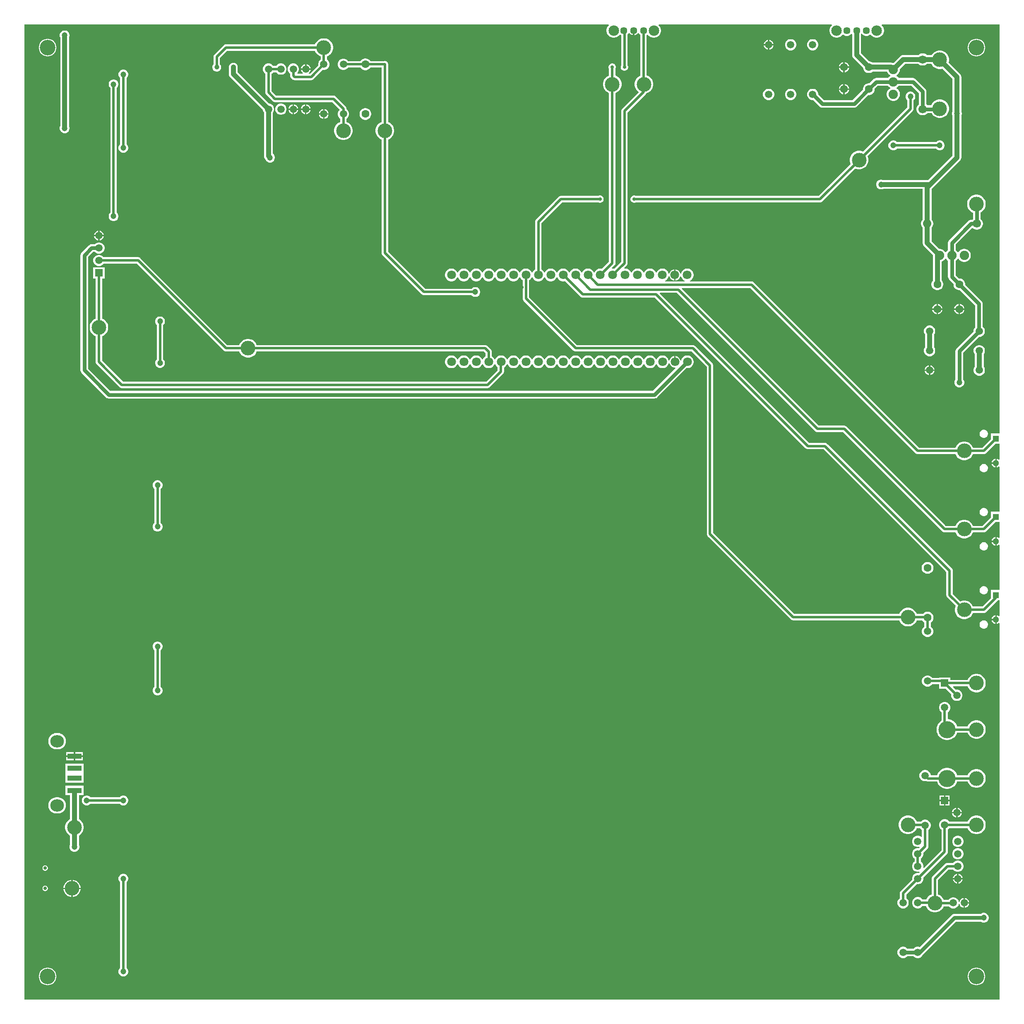
<source format=gbr>
%TF.GenerationSoftware,Altium Limited,Altium Designer,24.5.1 (21)*%
G04 Layer_Physical_Order=2*
G04 Layer_Color=16711680*
%FSLAX45Y45*%
%MOMM*%
%TF.SameCoordinates,D7596F51-2DA0-4622-90E6-AC5F46AEA47A*%
%TF.FilePolarity,Positive*%
%TF.FileFunction,Copper,L2,Bot,Signal*%
%TF.Part,Single*%
G01*
G75*
%TA.AperFunction,Conductor*%
%ADD15C,0.50000*%
%ADD16C,0.75000*%
%ADD17C,1.00000*%
%TA.AperFunction,ComponentPad*%
%ADD19C,1.50000*%
G04:AMPARAMS|DCode=20|XSize=2.5mm|YSize=2.8mm|CornerRadius=1.25mm|HoleSize=0mm|Usage=FLASHONLY|Rotation=270.000|XOffset=0mm|YOffset=0mm|HoleType=Round|Shape=RoundedRectangle|*
%AMROUNDEDRECTD20*
21,1,2.50000,0.30000,0,0,270.0*
21,1,0.00000,2.80000,0,0,270.0*
1,1,2.50000,-0.15000,0.00000*
1,1,2.50000,-0.15000,0.00000*
1,1,2.50000,0.15000,0.00000*
1,1,2.50000,0.15000,0.00000*
%
%ADD20ROUNDEDRECTD20*%
%ADD21C,1.60000*%
%ADD22C,1.90000*%
%ADD23C,1.70000*%
%TA.AperFunction,ViaPad*%
%ADD24C,1.00000*%
%TA.AperFunction,ComponentPad*%
%ADD25C,2.15000*%
%ADD26C,1.45000*%
%ADD27C,3.50000*%
%ADD28C,1.80000*%
%ADD29R,1.50000X1.50000*%
%ADD30R,1.50000X1.50000*%
%ADD31R,1.30000X1.30000*%
%ADD32C,1.30000*%
%ADD33C,0.70000*%
%TA.AperFunction,WasherPad*%
%ADD34C,3.20000*%
%TA.AperFunction,ViaPad*%
%ADD35C,1.20000*%
%ADD36C,0.70000*%
%TA.AperFunction,SMDPad,CuDef*%
%ADD37R,2.88000X1.12000*%
%TA.AperFunction,TestPad*%
%ADD38C,3.00000*%
%TA.AperFunction,SMDPad,CuDef*%
%ADD39C,3.00000*%
G36*
X19974512Y11605000D02*
X19795000D01*
Y11487717D01*
X19622844Y11315561D01*
X19428497D01*
X19418376Y11339999D01*
X19397581Y11371118D01*
X19371118Y11397582D01*
X19339999Y11418376D01*
X19305421Y11432698D01*
X19268713Y11440000D01*
X19231287D01*
X19194579Y11432698D01*
X19160002Y11418376D01*
X19128882Y11397582D01*
X19102419Y11371118D01*
X19081625Y11339999D01*
X19071503Y11315561D01*
X18327156D01*
X14946358Y14696358D01*
X14932780Y14706776D01*
X14916969Y14713327D01*
X14900000Y14715561D01*
X13640396D01*
X13637411Y14730560D01*
X13646808Y14734451D01*
X13668100Y14748679D01*
X13686208Y14766788D01*
X13700433Y14788078D01*
X13710234Y14811737D01*
X13715230Y14836853D01*
Y14862460D01*
X13710234Y14887576D01*
X13700433Y14911235D01*
X13686208Y14932527D01*
X13668100Y14950633D01*
X13646808Y14964861D01*
X13623149Y14974660D01*
X13598035Y14979655D01*
X13572426D01*
X13547310Y14974660D01*
X13523653Y14964861D01*
X13502361Y14950633D01*
X13484253Y14932527D01*
X13470026Y14911235D01*
X13460226Y14887576D01*
X13458279Y14877786D01*
X13442883Y14877283D01*
X13438393Y14894044D01*
X13423253Y14920268D01*
X13401842Y14941679D01*
X13375618Y14956819D01*
X13346370Y14964656D01*
X13346230D01*
Y14849657D01*
Y14734657D01*
X13346370D01*
X13375618Y14742494D01*
X13401842Y14757634D01*
X13423253Y14779045D01*
X13438393Y14805267D01*
X13442883Y14822031D01*
X13458279Y14821527D01*
X13460226Y14811737D01*
X13470026Y14788078D01*
X13484253Y14766788D01*
X13502361Y14748679D01*
X13523653Y14734451D01*
X13533047Y14730560D01*
X13530064Y14715561D01*
X13132394D01*
X13129411Y14730560D01*
X13138808Y14734451D01*
X13160098Y14748679D01*
X13178207Y14766788D01*
X13192435Y14788078D01*
X13202232Y14811737D01*
X13204181Y14821529D01*
X13219576Y14822034D01*
X13224068Y14805267D01*
X13239207Y14779045D01*
X13260619Y14757634D01*
X13286842Y14742494D01*
X13316090Y14734657D01*
X13316229D01*
Y14849657D01*
Y14964656D01*
X13316090D01*
X13286842Y14956819D01*
X13260619Y14941679D01*
X13239207Y14920268D01*
X13224068Y14894044D01*
X13219576Y14877280D01*
X13204181Y14877785D01*
X13202232Y14887576D01*
X13192435Y14911235D01*
X13178207Y14932527D01*
X13160098Y14950633D01*
X13138808Y14964861D01*
X13115149Y14974660D01*
X13090033Y14979655D01*
X13064426D01*
X13039310Y14974660D01*
X13015651Y14964861D01*
X12994359Y14950633D01*
X12976253Y14932527D01*
X12962025Y14911235D01*
X12958348Y14902356D01*
X12942113D01*
X12938434Y14911234D01*
X12924207Y14932526D01*
X12906100Y14950633D01*
X12884808Y14964861D01*
X12861150Y14974660D01*
X12836034Y14979655D01*
X12810426D01*
X12785311Y14974660D01*
X12761652Y14964861D01*
X12740360Y14950633D01*
X12722253Y14932526D01*
X12708026Y14911234D01*
X12704348Y14902356D01*
X12688112D01*
X12684434Y14911235D01*
X12670207Y14932527D01*
X12652100Y14950633D01*
X12630808Y14964861D01*
X12607150Y14974661D01*
X12582034Y14979657D01*
X12556426D01*
X12531311Y14974661D01*
X12507652Y14964861D01*
X12486360Y14950633D01*
X12468253Y14932527D01*
X12454026Y14911235D01*
X12450348Y14902354D01*
X12434112D01*
X12430434Y14911235D01*
X12416207Y14932527D01*
X12398100Y14950633D01*
X12376808Y14964861D01*
X12353149Y14974660D01*
X12328034Y14979655D01*
X12305160D01*
X12296486Y14992197D01*
X12346359Y15042068D01*
X12356777Y15055646D01*
X12363327Y15071458D01*
X12365561Y15088428D01*
Y18172844D01*
X12736358Y18543642D01*
X12746776Y18557219D01*
X12750552Y18566333D01*
X12755421Y18567302D01*
X12789999Y18581625D01*
X12821118Y18602419D01*
X12847581Y18628882D01*
X12868376Y18660002D01*
X12882698Y18694579D01*
X12889999Y18731287D01*
Y18768713D01*
X12882698Y18805421D01*
X12868376Y18839999D01*
X12847581Y18871118D01*
X12821118Y18897581D01*
X12789999Y18918376D01*
X12755560Y18932642D01*
Y19755096D01*
X12765754Y19764108D01*
X12781219Y19762274D01*
X12785428Y19755974D01*
X12805972Y19735429D01*
X12830132Y19719287D01*
X12856975Y19708168D01*
X12885472Y19702499D01*
X12914526D01*
X12943024Y19708168D01*
X12969865Y19719287D01*
X12994025Y19735429D01*
X13014571Y19755974D01*
X13030711Y19780133D01*
X13041830Y19806976D01*
X13047499Y19835472D01*
Y19864526D01*
X13041830Y19893024D01*
X13030711Y19919867D01*
X13014571Y19944026D01*
X12999084Y19959512D01*
X13005296Y19974512D01*
X16534702D01*
X16540915Y19959512D01*
X16525429Y19944026D01*
X16509288Y19919867D01*
X16498169Y19893024D01*
X16492500Y19864526D01*
Y19835472D01*
X16498169Y19806976D01*
X16509288Y19780133D01*
X16525429Y19755974D01*
X16545975Y19735429D01*
X16570132Y19719287D01*
X16596976Y19708168D01*
X16625473Y19702499D01*
X16654527D01*
X16683025Y19708168D01*
X16709868Y19719287D01*
X16734026Y19735429D01*
X16754572Y19755974D01*
X16760162Y19764342D01*
X16775089Y19765813D01*
X16780923Y19759978D01*
X16806577Y19745168D01*
X16835188Y19737500D01*
X16864812D01*
X16893423Y19745168D01*
X16919077Y19759978D01*
X16934447Y19775346D01*
X16951729Y19776840D01*
X16954440Y19775896D01*
X16959224Y19770929D01*
Y19349998D01*
X16962317Y19326505D01*
X16971387Y19304611D01*
X16985812Y19285811D01*
X17180000Y19091621D01*
Y19088181D01*
X17184612Y19064996D01*
X17193658Y19043159D01*
X17206790Y19023505D01*
X17223505Y19006790D01*
X17243159Y18993657D01*
X17264996Y18984612D01*
X17288181Y18980000D01*
X17311819D01*
X17335004Y18984612D01*
X17356841Y18993657D01*
X17376495Y19006790D01*
X17378929Y19009224D01*
X17672424D01*
X17680365Y18990054D01*
X17695139Y18967943D01*
X17713942Y18949139D01*
X17734662Y18935295D01*
X17735951Y18927000D01*
X17734662Y18918706D01*
X17713942Y18904861D01*
X17695139Y18886057D01*
X17689868Y18878169D01*
X17450000D01*
X17429768Y18875505D01*
X17410915Y18867696D01*
X17394727Y18855273D01*
X17309451Y18770000D01*
X17288181D01*
X17264996Y18765388D01*
X17243159Y18756342D01*
X17223505Y18743210D01*
X17206790Y18726495D01*
X17193658Y18706841D01*
X17184612Y18685004D01*
X17180000Y18661819D01*
Y18640549D01*
X16967621Y18428169D01*
X16382379D01*
X16264992Y18545557D01*
Y18557140D01*
X16257155Y18586388D01*
X16242015Y18612611D01*
X16220602Y18634023D01*
X16194380Y18649162D01*
X16165132Y18657001D01*
X16134853D01*
X16105605Y18649162D01*
X16079379Y18634023D01*
X16057970Y18612611D01*
X16042828Y18586388D01*
X16034991Y18557140D01*
Y18526860D01*
X16042828Y18497612D01*
X16057970Y18471388D01*
X16079379Y18449977D01*
X16105605Y18434837D01*
X16134853Y18427000D01*
X16162453D01*
X16294727Y18294727D01*
X16310916Y18282304D01*
X16329768Y18274495D01*
X16350000Y18271831D01*
X16350002Y18271831D01*
X17000000D01*
X17020232Y18274495D01*
X17028040Y18277728D01*
X17039084Y18282304D01*
X17055273Y18294727D01*
X17290549Y18530000D01*
X17311819D01*
X17335004Y18534612D01*
X17356841Y18543658D01*
X17376495Y18556790D01*
X17393210Y18573505D01*
X17406342Y18593159D01*
X17415388Y18614996D01*
X17420000Y18638181D01*
Y18659451D01*
X17482379Y18721831D01*
X17689868D01*
X17695139Y18713943D01*
X17713942Y18695139D01*
X17734662Y18681294D01*
X17735951Y18673000D01*
X17734662Y18664705D01*
X17713942Y18650861D01*
X17695139Y18632057D01*
X17680365Y18609946D01*
X17670187Y18585378D01*
X17664999Y18559296D01*
Y18532704D01*
X17670187Y18506622D01*
X17680365Y18482054D01*
X17695139Y18459943D01*
X17713942Y18441139D01*
X17736053Y18426366D01*
X17760622Y18416188D01*
X17786703Y18411000D01*
X17813297D01*
X17839378Y18416188D01*
X17863947Y18426366D01*
X17886057Y18441139D01*
X17904861Y18459943D01*
X17919635Y18482054D01*
X17929813Y18506622D01*
X17935001Y18532704D01*
Y18559296D01*
X17929813Y18585378D01*
X17919635Y18609946D01*
X17904861Y18632057D01*
X17886057Y18650861D01*
X17865338Y18664705D01*
X17864049Y18673000D01*
X17865338Y18681294D01*
X17886057Y18695139D01*
X17904861Y18713943D01*
X17910132Y18721831D01*
X18167621D01*
X18321831Y18567621D01*
Y18340105D01*
X18320317Y18339093D01*
X18302905Y18321683D01*
X18289227Y18301210D01*
X18279803Y18278461D01*
X18275000Y18254311D01*
Y18229688D01*
X18279803Y18205539D01*
X18289227Y18182790D01*
X18302905Y18162317D01*
X18320317Y18144907D01*
X18340790Y18131227D01*
X18363539Y18121803D01*
X18387689Y18117000D01*
X18412311D01*
X18436461Y18121803D01*
X18459210Y18131227D01*
X18479683Y18144907D01*
X18497095Y18162317D01*
X18498105Y18163831D01*
X18580038D01*
X18581625Y18160002D01*
X18602419Y18128882D01*
X18628882Y18102419D01*
X18660002Y18081624D01*
X18694579Y18067302D01*
X18731287Y18060001D01*
X18768713D01*
X18805421Y18067302D01*
X18839999Y18081624D01*
X18871118Y18102419D01*
X18897581Y18128882D01*
X18918376Y18160002D01*
X18932698Y18194579D01*
X18939999Y18231287D01*
Y18268713D01*
X18932698Y18305421D01*
X18918376Y18339999D01*
X18897581Y18371118D01*
X18871118Y18397581D01*
X18839999Y18418376D01*
X18805421Y18432698D01*
X18768713Y18439999D01*
X18731287D01*
X18694579Y18432698D01*
X18660002Y18418376D01*
X18628882Y18397581D01*
X18602419Y18371118D01*
X18581625Y18339999D01*
X18573412Y18320169D01*
X18498105D01*
X18497095Y18321683D01*
X18479683Y18339093D01*
X18478169Y18340105D01*
Y18599998D01*
X18478169Y18600000D01*
X18475505Y18620232D01*
X18467696Y18639084D01*
X18455273Y18655273D01*
X18255273Y18855273D01*
X18239084Y18867696D01*
X18228041Y18872272D01*
X18220232Y18875505D01*
X18200000Y18878169D01*
X17910132D01*
X17904861Y18886057D01*
X17886057Y18904861D01*
X17865338Y18918706D01*
X17864049Y18927000D01*
X17865338Y18935295D01*
X17886057Y18949139D01*
X17904861Y18967943D01*
X17919635Y18990054D01*
X17929813Y19014622D01*
X17935001Y19040704D01*
Y19060622D01*
X18041602Y19167224D01*
X18314000D01*
X18320317Y19160907D01*
X18340790Y19147227D01*
X18363539Y19137804D01*
X18387689Y19133002D01*
X18412311D01*
X18436461Y19137804D01*
X18459210Y19147227D01*
X18479683Y19160907D01*
X18486000Y19167224D01*
X18578633D01*
X18581625Y19160002D01*
X18602419Y19128882D01*
X18628882Y19102419D01*
X18660002Y19081625D01*
X18694579Y19067302D01*
X18731287Y19060001D01*
X18768713D01*
X18804504Y19067120D01*
X19009224Y18862399D01*
Y18192770D01*
X19006815Y18188599D01*
X19000000Y18163165D01*
Y18136835D01*
X19006815Y18111401D01*
X19009224Y18107230D01*
Y17287601D01*
X18512399Y16790776D01*
X17592770D01*
X17588599Y16793185D01*
X17563165Y16800000D01*
X17536835D01*
X17511401Y16793185D01*
X17488599Y16780020D01*
X17469980Y16761401D01*
X17456815Y16738599D01*
X17450000Y16713165D01*
Y16686835D01*
X17456815Y16661401D01*
X17469980Y16638599D01*
X17488599Y16619980D01*
X17511401Y16606815D01*
X17536835Y16600000D01*
X17563165D01*
X17588599Y16606815D01*
X17592770Y16609224D01*
X18401224D01*
Y15986000D01*
X18394907Y15979681D01*
X18381226Y15959209D01*
X18371803Y15936461D01*
X18367000Y15912311D01*
Y15887688D01*
X18371803Y15863539D01*
X18381226Y15840790D01*
X18394907Y15820317D01*
X18401224Y15814000D01*
Y15499998D01*
X18404317Y15476505D01*
X18413385Y15454611D01*
X18427811Y15435811D01*
X18607001Y15256622D01*
Y15236703D01*
X18610611Y15218546D01*
X18609222Y15207999D01*
Y14736929D01*
X18606790Y14734496D01*
X18593657Y14714841D01*
X18584612Y14693002D01*
X18580000Y14669820D01*
Y14646181D01*
X18584612Y14622997D01*
X18593657Y14601160D01*
X18606790Y14581505D01*
X18623505Y14564790D01*
X18643158Y14551659D01*
X18664996Y14542612D01*
X18688181Y14538000D01*
X18711818D01*
X18735002Y14542612D01*
X18756841Y14551659D01*
X18776495Y14564790D01*
X18793208Y14581505D01*
X18806342Y14601160D01*
X18815388Y14622997D01*
X18820000Y14646181D01*
Y14669820D01*
X18815388Y14693002D01*
X18806342Y14714841D01*
X18793208Y14734496D01*
X18790776Y14736929D01*
Y15124080D01*
X18805946Y15130363D01*
X18828056Y15145139D01*
X18846861Y15163942D01*
X18860706Y15184662D01*
X18869000Y15185950D01*
X18877293Y15184662D01*
X18891138Y15163942D01*
X18909943Y15145139D01*
X18917831Y15139868D01*
Y14812000D01*
X18920494Y14791768D01*
X18928304Y14772916D01*
X18940726Y14756726D01*
X19030000Y14667453D01*
Y14646181D01*
X19034612Y14622997D01*
X19043657Y14601160D01*
X19056790Y14581505D01*
X19073505Y14564790D01*
X19093158Y14551659D01*
X19114996Y14542612D01*
X19138181Y14538000D01*
X19159451D01*
X19471831Y14225621D01*
Y13776459D01*
X19465977Y13770602D01*
X19450836Y13744380D01*
X19442999Y13715132D01*
Y13695538D01*
X19094727Y13347266D01*
X19082304Y13331078D01*
X19074495Y13312224D01*
X19071831Y13291992D01*
Y12713252D01*
X19069980Y12711401D01*
X19056815Y12688598D01*
X19050000Y12663165D01*
Y12636835D01*
X19056815Y12611402D01*
X19069980Y12588599D01*
X19088599Y12569980D01*
X19111401Y12556815D01*
X19136835Y12550000D01*
X19163165D01*
X19188599Y12556815D01*
X19211401Y12569980D01*
X19230020Y12588599D01*
X19243185Y12611402D01*
X19250000Y12636835D01*
Y12663165D01*
X19243185Y12688598D01*
X19230020Y12711401D01*
X19228169Y12713252D01*
Y13259615D01*
X19553548Y13584991D01*
X19573138D01*
X19602388Y13592828D01*
X19628612Y13607970D01*
X19650021Y13629379D01*
X19665163Y13655603D01*
X19673000Y13684853D01*
Y13715132D01*
X19665163Y13744380D01*
X19650021Y13770602D01*
X19628612Y13792014D01*
X19628169Y13792270D01*
Y14257999D01*
X19628169Y14258000D01*
X19625505Y14278230D01*
X19617696Y14297084D01*
X19605273Y14313274D01*
X19270000Y14648547D01*
Y14669820D01*
X19265388Y14693002D01*
X19256342Y14714841D01*
X19243208Y14734496D01*
X19226495Y14751210D01*
X19206841Y14764343D01*
X19185002Y14773389D01*
X19161818Y14778000D01*
X19140547D01*
X19074168Y14844379D01*
Y15139868D01*
X19082057Y15145139D01*
X19100861Y15163942D01*
X19114705Y15184662D01*
X19123000Y15185950D01*
X19131294Y15184662D01*
X19145139Y15163942D01*
X19163942Y15145139D01*
X19186053Y15130363D01*
X19210622Y15120187D01*
X19236703Y15114999D01*
X19263297D01*
X19289377Y15120187D01*
X19313947Y15130363D01*
X19336057Y15145139D01*
X19354861Y15163942D01*
X19369635Y15186053D01*
X19379811Y15210622D01*
X19384999Y15236703D01*
Y15263297D01*
X19379811Y15289378D01*
X19369635Y15313947D01*
X19354861Y15336057D01*
X19336057Y15354861D01*
X19313947Y15369635D01*
X19289377Y15379813D01*
X19263297Y15384999D01*
X19236703D01*
X19210622Y15379813D01*
X19186053Y15369635D01*
X19163942Y15354861D01*
X19145139Y15336057D01*
X19131294Y15315338D01*
X19123000Y15314049D01*
X19114705Y15315338D01*
X19100861Y15336057D01*
X19082057Y15354861D01*
X19074168Y15360132D01*
Y15474393D01*
X19415498Y15815724D01*
X19428317Y15802905D01*
X19448790Y15789226D01*
X19471539Y15779803D01*
X19495688Y15775000D01*
X19520311D01*
X19544461Y15779803D01*
X19567210Y15789226D01*
X19587682Y15802905D01*
X19605093Y15820317D01*
X19618773Y15840790D01*
X19628197Y15863539D01*
X19633000Y15887688D01*
Y15912311D01*
X19628197Y15936461D01*
X19618773Y15959209D01*
X19605093Y15979681D01*
X19587682Y15997093D01*
X19586169Y15998105D01*
Y16130038D01*
X19589998Y16131624D01*
X19621117Y16152419D01*
X19647581Y16178882D01*
X19668375Y16210001D01*
X19682698Y16244579D01*
X19689999Y16281287D01*
Y16318713D01*
X19682698Y16355421D01*
X19668375Y16389998D01*
X19647581Y16421118D01*
X19621117Y16447581D01*
X19589998Y16468375D01*
X19555420Y16482698D01*
X19518713Y16489999D01*
X19481287D01*
X19444579Y16482698D01*
X19410001Y16468375D01*
X19378882Y16447581D01*
X19352417Y16421118D01*
X19331624Y16389998D01*
X19317300Y16355421D01*
X19310001Y16318713D01*
Y16281287D01*
X19317300Y16244579D01*
X19331624Y16210001D01*
X19352417Y16178882D01*
X19378882Y16152419D01*
X19410001Y16131624D01*
X19429831Y16123410D01*
Y15998105D01*
X19428317Y15997093D01*
X19410905Y15979681D01*
X19409895Y15978168D01*
X19389227D01*
X19368996Y15975505D01*
X19361188Y15972270D01*
X19350143Y15967696D01*
X19333954Y15955273D01*
X18940726Y15562045D01*
X18928304Y15545856D01*
X18920494Y15527003D01*
X18917831Y15506770D01*
Y15360132D01*
X18909943Y15354861D01*
X18891138Y15336057D01*
X18877293Y15315338D01*
X18869000Y15314049D01*
X18860706Y15315338D01*
X18846861Y15336057D01*
X18828056Y15354861D01*
X18805946Y15369635D01*
X18781377Y15379811D01*
X18755296Y15384999D01*
X18735378D01*
X18582776Y15537601D01*
Y15814000D01*
X18589093Y15820317D01*
X18602773Y15840790D01*
X18612196Y15863539D01*
X18616998Y15887688D01*
Y15912311D01*
X18612196Y15936461D01*
X18602773Y15959209D01*
X18589093Y15979681D01*
X18582776Y15986000D01*
Y16604399D01*
X18614188Y16635811D01*
X18614188Y16635811D01*
X19164188Y17185811D01*
X19164188Y17185811D01*
X19178613Y17204613D01*
X19187683Y17226505D01*
X19190776Y17250000D01*
Y18107230D01*
X19193185Y18111401D01*
X19200000Y18136835D01*
Y18163165D01*
X19193185Y18188599D01*
X19190776Y18192770D01*
Y18900000D01*
X19187683Y18923495D01*
X19178613Y18945387D01*
X19164188Y18964189D01*
X19164188Y18964191D01*
X18932881Y19195497D01*
X18939999Y19231287D01*
Y19268713D01*
X18932698Y19305421D01*
X18918376Y19339999D01*
X18897581Y19371118D01*
X18871118Y19397581D01*
X18839999Y19418376D01*
X18805421Y19432698D01*
X18768713Y19439999D01*
X18731287D01*
X18694579Y19432698D01*
X18660002Y19418376D01*
X18628882Y19397581D01*
X18602419Y19371118D01*
X18587489Y19348776D01*
X18486000D01*
X18479683Y19355093D01*
X18459210Y19368774D01*
X18436461Y19378197D01*
X18412311Y19383000D01*
X18387689D01*
X18363539Y19378197D01*
X18340790Y19368774D01*
X18320317Y19355093D01*
X18314000Y19348776D01*
X18004001D01*
X17980505Y19345683D01*
X17958612Y19336615D01*
X17939812Y19322189D01*
X17806622Y19189000D01*
X17786703D01*
X17778336Y19187335D01*
X17777495Y19187683D01*
X17753999Y19190776D01*
X17378929D01*
X17376495Y19193210D01*
X17356841Y19206342D01*
X17335004Y19215388D01*
X17311819Y19220000D01*
X17308377D01*
X17140778Y19387601D01*
Y19782230D01*
X17142500Y19785216D01*
X17157500D01*
X17159978Y19780923D01*
X17180923Y19759978D01*
X17206577Y19745168D01*
X17235188Y19737500D01*
X17264812D01*
X17293423Y19745168D01*
X17319077Y19759978D01*
X17324911Y19765813D01*
X17339839Y19764342D01*
X17345430Y19755974D01*
X17365974Y19735429D01*
X17390134Y19719287D01*
X17416975Y19708168D01*
X17445473Y19702499D01*
X17474529D01*
X17503024Y19708168D01*
X17529868Y19719287D01*
X17554025Y19735429D01*
X17574571Y19755974D01*
X17590714Y19780133D01*
X17601833Y19806976D01*
X17607500Y19835472D01*
Y19864526D01*
X17601833Y19893024D01*
X17590714Y19919867D01*
X17574571Y19944026D01*
X17559085Y19959512D01*
X17565298Y19974512D01*
X19974512D01*
Y11605000D01*
D02*
G37*
G36*
X11980914Y19959512D02*
X11965428Y19944026D01*
X11949286Y19919867D01*
X11938168Y19893024D01*
X11932499Y19864526D01*
Y19835472D01*
X11938168Y19806976D01*
X11949286Y19780133D01*
X11965428Y19755974D01*
X11985973Y19735429D01*
X12010132Y19719287D01*
X12036975Y19708168D01*
X12065472Y19702499D01*
X12094527D01*
X12123023Y19708168D01*
X12149866Y19719287D01*
X12174025Y19735429D01*
X12194570Y19755974D01*
X12200161Y19764342D01*
X12215088Y19765813D01*
X12220922Y19759978D01*
X12234439Y19752174D01*
Y19136446D01*
X12230111Y19128949D01*
X12225000Y19109874D01*
Y19090126D01*
X12230111Y19071051D01*
X12239985Y19053949D01*
X12253949Y19039986D01*
X12271051Y19030112D01*
X12290126Y19025000D01*
X12309874D01*
X12328949Y19030112D01*
X12346051Y19039986D01*
X12360015Y19053949D01*
X12369889Y19071051D01*
X12375000Y19090126D01*
Y19109874D01*
X12369889Y19128949D01*
X12365561Y19136446D01*
Y19766463D01*
X12380021Y19780923D01*
X12389999Y19798206D01*
X12407320D01*
X12411980Y19790134D01*
X12430133Y19771980D01*
X12452365Y19759145D01*
X12474996Y19753081D01*
Y19850000D01*
X12504996D01*
Y19753079D01*
X12527633Y19759145D01*
X12549865Y19771980D01*
X12568019Y19790134D01*
X12572678Y19798206D01*
X12589999D01*
X12599977Y19780923D01*
X12620922Y19759978D01*
X12624438Y19757948D01*
Y18924356D01*
X12610001Y18918376D01*
X12578882Y18897581D01*
X12552418Y18871118D01*
X12531624Y18839999D01*
X12517302Y18805421D01*
X12510000Y18768713D01*
Y18731287D01*
X12517302Y18694579D01*
X12531624Y18660002D01*
X12552418Y18628882D01*
X12578882Y18602419D01*
X12587527Y18596642D01*
X12588997Y18581714D01*
X12253642Y18246358D01*
X12243223Y18232780D01*
X12236673Y18216969D01*
X12234439Y18200000D01*
Y15115582D01*
X12094452Y14975595D01*
X12074034Y14979655D01*
X12051586D01*
X12043213Y14992497D01*
X12096358Y15045642D01*
X12106777Y15059219D01*
X12113327Y15075032D01*
X12115561Y15092001D01*
Y18571503D01*
X12139999Y18581625D01*
X12171118Y18602419D01*
X12197582Y18628882D01*
X12218376Y18660002D01*
X12232698Y18694579D01*
X12240000Y18731287D01*
Y18768713D01*
X12232698Y18805421D01*
X12218376Y18839999D01*
X12197582Y18871118D01*
X12171118Y18897581D01*
X12139999Y18918376D01*
X12115561Y18928497D01*
Y19063554D01*
X12119889Y19071051D01*
X12125000Y19090126D01*
Y19109874D01*
X12119889Y19128949D01*
X12110015Y19146051D01*
X12096051Y19160014D01*
X12078949Y19169888D01*
X12059874Y19175000D01*
X12040126D01*
X12021051Y19169888D01*
X12003949Y19160014D01*
X11989985Y19146051D01*
X11980111Y19128949D01*
X11975000Y19109874D01*
Y19090126D01*
X11980111Y19071051D01*
X11984439Y19063554D01*
Y18928497D01*
X11960001Y18918376D01*
X11928882Y18897581D01*
X11902418Y18871118D01*
X11881624Y18839999D01*
X11867302Y18805421D01*
X11860000Y18768713D01*
Y18731287D01*
X11867302Y18694579D01*
X11881624Y18660002D01*
X11902418Y18628882D01*
X11928882Y18602419D01*
X11960001Y18581625D01*
X11984439Y18571503D01*
Y15119157D01*
X11840807Y14975523D01*
X11820034Y14979655D01*
X11794426D01*
X11769311Y14974660D01*
X11745652Y14964861D01*
X11724360Y14950633D01*
X11706253Y14932526D01*
X11692026Y14911234D01*
X11688804Y14903456D01*
X11672568D01*
X11669204Y14911578D01*
X11654977Y14932870D01*
X11636870Y14950977D01*
X11615578Y14965204D01*
X11591919Y14975005D01*
X11566804Y14980000D01*
X11541196D01*
X11516080Y14975005D01*
X11492422Y14965204D01*
X11471130Y14950977D01*
X11453023Y14932870D01*
X11438796Y14911578D01*
X11435118Y14902699D01*
X11418882D01*
X11415204Y14911578D01*
X11400977Y14932870D01*
X11382870Y14950977D01*
X11361578Y14965204D01*
X11337919Y14975005D01*
X11312804Y14980000D01*
X11287196D01*
X11262081Y14975005D01*
X11238422Y14965204D01*
X11217130Y14950977D01*
X11199023Y14932870D01*
X11184796Y14911578D01*
X11181118Y14902699D01*
X11164882D01*
X11161204Y14911578D01*
X11146977Y14932870D01*
X11128870Y14950977D01*
X11107578Y14965205D01*
X11083919Y14975005D01*
X11058804Y14980000D01*
X11033196D01*
X11008080Y14975005D01*
X10984422Y14965205D01*
X10963130Y14950977D01*
X10945023Y14932870D01*
X10930796Y14911578D01*
X10927118Y14902699D01*
X10910882D01*
X10907204Y14911578D01*
X10892977Y14932870D01*
X10874870Y14950977D01*
X10853577Y14965205D01*
X10829919Y14975005D01*
X10804803Y14980000D01*
X10779196D01*
X10754080Y14975005D01*
X10730422Y14965205D01*
X10709129Y14950977D01*
X10691022Y14932870D01*
X10676795Y14911578D01*
X10673118Y14902699D01*
X10656882D01*
X10653204Y14911578D01*
X10638977Y14932870D01*
X10620870Y14950977D01*
X10603560Y14962543D01*
Y15910844D01*
X11027156Y16334439D01*
X11763555D01*
X11771051Y16330112D01*
X11790126Y16325000D01*
X11809874D01*
X11828949Y16330112D01*
X11846051Y16339986D01*
X11860015Y16353949D01*
X11869889Y16371051D01*
X11875000Y16390126D01*
Y16409874D01*
X11869889Y16428949D01*
X11860015Y16446051D01*
X11846051Y16460014D01*
X11828949Y16469888D01*
X11809874Y16475000D01*
X11790126D01*
X11771051Y16469888D01*
X11763555Y16465561D01*
X11000000D01*
X10983031Y16463327D01*
X10967220Y16456776D01*
X10953641Y16446358D01*
X10491641Y15984358D01*
X10481222Y15970779D01*
X10474673Y15954968D01*
X10472439Y15938000D01*
Y14962543D01*
X10455130Y14950977D01*
X10437023Y14932870D01*
X10422796Y14911578D01*
X10419118Y14902699D01*
X10402882D01*
X10399204Y14911578D01*
X10384977Y14932870D01*
X10366870Y14950977D01*
X10345578Y14965204D01*
X10321919Y14975005D01*
X10296804Y14980000D01*
X10271196D01*
X10246080Y14975005D01*
X10222422Y14965204D01*
X10201130Y14950977D01*
X10183023Y14932870D01*
X10168796Y14911578D01*
X10165118Y14902699D01*
X10148882D01*
X10145204Y14911578D01*
X10130977Y14932870D01*
X10112870Y14950977D01*
X10091578Y14965204D01*
X10067919Y14975005D01*
X10042804Y14980000D01*
X10017196D01*
X9992081Y14975005D01*
X9968422Y14965204D01*
X9947130Y14950977D01*
X9929023Y14932870D01*
X9914796Y14911578D01*
X9911118Y14902699D01*
X9894882D01*
X9891204Y14911578D01*
X9876977Y14932870D01*
X9858870Y14950977D01*
X9837578Y14965205D01*
X9813919Y14975005D01*
X9788804Y14980000D01*
X9763196D01*
X9738080Y14975005D01*
X9714422Y14965205D01*
X9693130Y14950977D01*
X9675023Y14932870D01*
X9660796Y14911578D01*
X9657118Y14902699D01*
X9640882D01*
X9637204Y14911578D01*
X9622977Y14932870D01*
X9604870Y14950977D01*
X9583577Y14965204D01*
X9559919Y14975005D01*
X9534803Y14980000D01*
X9509196D01*
X9484080Y14975005D01*
X9460422Y14965204D01*
X9439129Y14950977D01*
X9421022Y14932870D01*
X9406795Y14911578D01*
X9403118Y14902699D01*
X9386882D01*
X9383204Y14911578D01*
X9368977Y14932870D01*
X9350870Y14950977D01*
X9329578Y14965204D01*
X9305919Y14975005D01*
X9280804Y14980000D01*
X9255196D01*
X9230080Y14975005D01*
X9206422Y14965204D01*
X9185130Y14950977D01*
X9167023Y14932870D01*
X9152796Y14911578D01*
X9149118Y14902699D01*
X9132882D01*
X9129204Y14911578D01*
X9114977Y14932870D01*
X9096870Y14950977D01*
X9075578Y14965204D01*
X9051919Y14975005D01*
X9026804Y14980000D01*
X9001196D01*
X8976081Y14975005D01*
X8952422Y14965204D01*
X8931130Y14950977D01*
X8913023Y14932870D01*
X8898796Y14911578D01*
X8895118Y14902699D01*
X8878882D01*
X8875204Y14911578D01*
X8860977Y14932870D01*
X8842870Y14950977D01*
X8821578Y14965204D01*
X8797919Y14975005D01*
X8772804Y14980000D01*
X8747196D01*
X8722081Y14975005D01*
X8698422Y14965204D01*
X8677130Y14950977D01*
X8659023Y14932870D01*
X8644796Y14911578D01*
X8634996Y14887920D01*
X8630000Y14862804D01*
Y14837196D01*
X8634996Y14812080D01*
X8644796Y14788422D01*
X8659023Y14767130D01*
X8677130Y14749023D01*
X8698422Y14734796D01*
X8722081Y14724995D01*
X8747196Y14720000D01*
X8772804D01*
X8797919Y14724995D01*
X8821578Y14734796D01*
X8842870Y14749023D01*
X8860977Y14767130D01*
X8875204Y14788422D01*
X8878882Y14797301D01*
X8895118D01*
X8898796Y14788422D01*
X8913023Y14767130D01*
X8931130Y14749023D01*
X8952422Y14734796D01*
X8976081Y14724995D01*
X9001196Y14720000D01*
X9026804D01*
X9051919Y14724995D01*
X9075578Y14734796D01*
X9096870Y14749023D01*
X9114977Y14767130D01*
X9129204Y14788422D01*
X9132882Y14797301D01*
X9149118D01*
X9152796Y14788422D01*
X9167023Y14767130D01*
X9185130Y14749023D01*
X9206422Y14734796D01*
X9230080Y14724995D01*
X9255196Y14720000D01*
X9280804D01*
X9305919Y14724995D01*
X9329578Y14734796D01*
X9350870Y14749023D01*
X9368977Y14767130D01*
X9383204Y14788422D01*
X9386882Y14797301D01*
X9403118D01*
X9406795Y14788422D01*
X9421022Y14767130D01*
X9439129Y14749023D01*
X9460422Y14734796D01*
X9484080Y14724995D01*
X9509196Y14720000D01*
X9534803D01*
X9559919Y14724995D01*
X9583577Y14734796D01*
X9604870Y14749023D01*
X9622977Y14767130D01*
X9637204Y14788422D01*
X9640882Y14797302D01*
X9657118D01*
X9660796Y14788422D01*
X9675023Y14767130D01*
X9693130Y14749023D01*
X9714422Y14734796D01*
X9738080Y14724995D01*
X9763196Y14720001D01*
X9788804D01*
X9813919Y14724995D01*
X9837578Y14734796D01*
X9858870Y14749023D01*
X9876977Y14767130D01*
X9891204Y14788422D01*
X9894882Y14797302D01*
X9911118D01*
X9914796Y14788422D01*
X9929023Y14767130D01*
X9947130Y14749023D01*
X9968422Y14734796D01*
X9992081Y14724995D01*
X10017196Y14720000D01*
X10042804D01*
X10067919Y14724995D01*
X10091578Y14734796D01*
X10112870Y14749023D01*
X10130977Y14767130D01*
X10145204Y14788422D01*
X10148882Y14797301D01*
X10165118D01*
X10168796Y14788422D01*
X10183023Y14767130D01*
X10201130Y14749023D01*
X10218439Y14737457D01*
Y14366000D01*
X10220673Y14349031D01*
X10227222Y14333220D01*
X10237641Y14319643D01*
X11253642Y13303641D01*
X11267220Y13293222D01*
X11283032Y13286673D01*
X11300001Y13284439D01*
X13672844Y13284439D01*
X13984439Y12972844D01*
Y9550000D01*
X13986673Y9533031D01*
X13993224Y9517220D01*
X14003642Y9503642D01*
X15703641Y7803642D01*
X15717220Y7793223D01*
X15733032Y7786673D01*
X15750000Y7784439D01*
X17921503D01*
X17931625Y7760001D01*
X17952419Y7728882D01*
X17978882Y7702418D01*
X18010002Y7681624D01*
X18044579Y7667302D01*
X18081287Y7660000D01*
X18118713D01*
X18155421Y7667302D01*
X18189999Y7681624D01*
X18221118Y7702418D01*
X18247583Y7728882D01*
X18268376Y7760001D01*
X18278497Y7784439D01*
X18394138D01*
X18406790Y7765504D01*
X18423505Y7748790D01*
X18434439Y7741484D01*
Y7652934D01*
X18429398Y7650023D01*
X18407986Y7628612D01*
X18392847Y7602389D01*
X18385008Y7573140D01*
Y7542860D01*
X18392847Y7513612D01*
X18407986Y7487389D01*
X18429398Y7465978D01*
X18455620Y7450838D01*
X18484869Y7443001D01*
X18515147D01*
X18544397Y7450838D01*
X18570621Y7465978D01*
X18592030Y7487389D01*
X18607172Y7513612D01*
X18615009Y7542860D01*
Y7573140D01*
X18607172Y7602389D01*
X18592030Y7628612D01*
X18570621Y7650023D01*
X18565561Y7652944D01*
Y7741484D01*
X18576495Y7748790D01*
X18593210Y7765504D01*
X18606343Y7785159D01*
X18615388Y7806997D01*
X18620000Y7830181D01*
Y7853819D01*
X18615388Y7877003D01*
X18606343Y7898841D01*
X18593210Y7918495D01*
X18576495Y7935210D01*
X18556841Y7948342D01*
X18535004Y7957388D01*
X18511819Y7962000D01*
X18488181D01*
X18464996Y7957388D01*
X18443159Y7948342D01*
X18423505Y7935210D01*
X18406790Y7918495D01*
X18404829Y7915561D01*
X18278497D01*
X18268376Y7939999D01*
X18247583Y7971118D01*
X18221118Y7997582D01*
X18189999Y8018376D01*
X18155421Y8032698D01*
X18118713Y8040000D01*
X18081287D01*
X18044579Y8032698D01*
X18010002Y8018376D01*
X17978882Y7997582D01*
X17952419Y7971118D01*
X17931625Y7939999D01*
X17921503Y7915561D01*
X15777156D01*
X14115561Y9577156D01*
Y13000000D01*
X14113327Y13016968D01*
X14109489Y13026231D01*
X14106776Y13032780D01*
X14096359Y13046358D01*
X13746358Y13396358D01*
X13732780Y13406776D01*
X13716969Y13413327D01*
X13700000Y13415561D01*
X11327157Y13415559D01*
X10349560Y14393156D01*
Y14737457D01*
X10366870Y14749023D01*
X10384977Y14767130D01*
X10399204Y14788422D01*
X10402882Y14797301D01*
X10419118D01*
X10422796Y14788422D01*
X10437023Y14767130D01*
X10455130Y14749023D01*
X10476422Y14734796D01*
X10500080Y14724995D01*
X10525196Y14720000D01*
X10550804D01*
X10575919Y14724995D01*
X10599578Y14734796D01*
X10620870Y14749023D01*
X10638977Y14767130D01*
X10653204Y14788422D01*
X10656882Y14797301D01*
X10673118D01*
X10676795Y14788422D01*
X10691022Y14767130D01*
X10709129Y14749023D01*
X10730422Y14734796D01*
X10754080Y14724995D01*
X10779196Y14720001D01*
X10804803D01*
X10829919Y14724995D01*
X10853577Y14734796D01*
X10874870Y14749023D01*
X10892977Y14767130D01*
X10907204Y14788422D01*
X10910882Y14797302D01*
X10927118D01*
X10930796Y14788422D01*
X10945023Y14767130D01*
X10963130Y14749023D01*
X10984422Y14734796D01*
X11008080Y14724995D01*
X11033196Y14720001D01*
X11058804D01*
X11082558Y14724725D01*
X11403641Y14403642D01*
X11417220Y14393224D01*
X11433031Y14386673D01*
X11450000Y14384439D01*
X12922844D01*
X16003642Y11303641D01*
X16017220Y11293223D01*
X16033032Y11286673D01*
X16050000Y11284439D01*
X16372844D01*
X18884439Y8772844D01*
Y8300000D01*
X18886673Y8283032D01*
X18893224Y8267220D01*
X18903642Y8253642D01*
X19077425Y8079859D01*
X19067302Y8055421D01*
X19060001Y8018713D01*
Y7981287D01*
X19067302Y7944579D01*
X19081625Y7910001D01*
X19102419Y7878882D01*
X19128882Y7852418D01*
X19160002Y7831624D01*
X19194579Y7817302D01*
X19231287Y7810000D01*
X19268713D01*
X19305421Y7817302D01*
X19339999Y7831624D01*
X19371118Y7852418D01*
X19397581Y7878882D01*
X19418376Y7910001D01*
X19428497Y7934439D01*
X19650000D01*
X19666969Y7936673D01*
X19682780Y7943223D01*
X19696358Y7953642D01*
X19937717Y8195000D01*
X19974512D01*
Y7873980D01*
X19959512Y7867767D01*
X19955261Y7872018D01*
X19934740Y7883866D01*
X19914999Y7889156D01*
Y7800002D01*
Y7710844D01*
X19934740Y7716133D01*
X19955261Y7727982D01*
X19959512Y7732233D01*
X19974512Y7726019D01*
Y25488D01*
X25488D01*
Y19974512D01*
X11974701D01*
X11980914Y19959512D01*
D02*
G37*
G36*
X18253642Y11203642D02*
X18267220Y11193223D01*
X18283032Y11186673D01*
X18300000Y11184439D01*
X19071503D01*
X19081625Y11160002D01*
X19102419Y11128882D01*
X19128882Y11102418D01*
X19160002Y11081625D01*
X19194579Y11067302D01*
X19231287Y11060000D01*
X19268713D01*
X19305421Y11067302D01*
X19339999Y11081625D01*
X19371118Y11102418D01*
X19397581Y11128882D01*
X19418376Y11160002D01*
X19428497Y11184439D01*
X19650000D01*
X19666969Y11186673D01*
X19682780Y11193223D01*
X19696358Y11203642D01*
X19887717Y11395000D01*
X19974512D01*
Y11073981D01*
X19959512Y11067767D01*
X19955261Y11072018D01*
X19934740Y11083867D01*
X19914999Y11089156D01*
Y11000004D01*
Y10910845D01*
X19934740Y10916134D01*
X19955261Y10927982D01*
X19959512Y10932233D01*
X19974512Y10926020D01*
Y10005000D01*
X19795000D01*
Y9887717D01*
X19622844Y9715561D01*
X19428497D01*
X19418376Y9739999D01*
X19397581Y9771118D01*
X19371118Y9797582D01*
X19339999Y9818376D01*
X19305421Y9832698D01*
X19268713Y9840000D01*
X19231287D01*
X19194579Y9832698D01*
X19160002Y9818376D01*
X19128882Y9797582D01*
X19102419Y9771118D01*
X19081625Y9739999D01*
X19071503Y9715561D01*
X18877156D01*
X16846358Y11746358D01*
X16832780Y11756777D01*
X16816968Y11763327D01*
X16800000Y11765561D01*
X16277156D01*
X13472136Y14570581D01*
X13477876Y14584439D01*
X14872844D01*
X18253642Y11203642D01*
D02*
G37*
G36*
X16203642Y11653642D02*
X16217220Y11643223D01*
X16233032Y11636673D01*
X16250000Y11634439D01*
X16772844D01*
X18803641Y9603642D01*
X18817220Y9593223D01*
X18833031Y9586673D01*
X18850000Y9584439D01*
X19071503D01*
X19081625Y9560001D01*
X19102419Y9528882D01*
X19128882Y9502418D01*
X19160002Y9481624D01*
X19194579Y9467302D01*
X19231287Y9460000D01*
X19268713D01*
X19305421Y9467302D01*
X19339999Y9481624D01*
X19371118Y9502418D01*
X19397581Y9528882D01*
X19418376Y9560001D01*
X19428497Y9584439D01*
X19650000D01*
X19666969Y9586673D01*
X19682780Y9593223D01*
X19696358Y9603642D01*
X19887717Y9795000D01*
X19974512D01*
Y9473981D01*
X19959512Y9467767D01*
X19955261Y9472018D01*
X19934740Y9483866D01*
X19914999Y9489156D01*
Y9400003D01*
Y9310844D01*
X19934740Y9316134D01*
X19955261Y9327982D01*
X19959512Y9332233D01*
X19974512Y9326019D01*
Y8405000D01*
X19795000D01*
Y8237717D01*
X19622844Y8065561D01*
X19428497D01*
X19418376Y8089999D01*
X19397581Y8121118D01*
X19371118Y8147582D01*
X19339999Y8168376D01*
X19305421Y8182698D01*
X19268713Y8190000D01*
X19231287D01*
X19194579Y8182698D01*
X19170142Y8172575D01*
X19015561Y8327156D01*
Y8800000D01*
X19013327Y8816968D01*
X19006776Y8832780D01*
X18996358Y8846358D01*
X16446358Y11396358D01*
X16432780Y11406777D01*
X16416968Y11413327D01*
X16400000Y11415561D01*
X16077158D01*
X13022136Y14470581D01*
X13027876Y14484439D01*
X13372844D01*
X16203642Y11653642D01*
D02*
G37*
%LPC*%
G36*
X15265012Y19657507D02*
Y19573003D01*
X15349515D01*
X15343193Y19596597D01*
X15330028Y19619402D01*
X15311409Y19638020D01*
X15288606Y19651186D01*
X15265012Y19657507D01*
D02*
G37*
G36*
X15235011Y19657509D02*
X15211411Y19651186D01*
X15188606Y19638020D01*
X15169987Y19619402D01*
X15156824Y19596597D01*
X15150500Y19573003D01*
X15235011D01*
Y19657509D01*
D02*
G37*
G36*
X15349516Y19543002D02*
X15265012D01*
Y19458493D01*
X15288606Y19464815D01*
X15311409Y19477980D01*
X15330028Y19496599D01*
X15343193Y19519402D01*
X15349516Y19543002D01*
D02*
G37*
G36*
X15235011D02*
X15150499D01*
X15156824Y19519402D01*
X15169987Y19496599D01*
X15188606Y19477980D01*
X15211411Y19464815D01*
X15235011Y19458492D01*
Y19543002D01*
D02*
G37*
G36*
X16165147Y19673000D02*
X16134868D01*
X16105620Y19665163D01*
X16079398Y19650023D01*
X16057985Y19628612D01*
X16042845Y19602388D01*
X16035008Y19573140D01*
Y19542860D01*
X16042845Y19513612D01*
X16057985Y19487389D01*
X16079398Y19465977D01*
X16105620Y19450838D01*
X16134868Y19442999D01*
X16165147D01*
X16194395Y19450838D01*
X16220621Y19465977D01*
X16242030Y19487389D01*
X16257172Y19513612D01*
X16265009Y19542860D01*
Y19573140D01*
X16257172Y19602388D01*
X16242030Y19628612D01*
X16220621Y19650023D01*
X16194395Y19665163D01*
X16165147Y19673000D01*
D02*
G37*
G36*
X15715147D02*
X15684868D01*
X15655620Y19665163D01*
X15629398Y19650023D01*
X15607986Y19628612D01*
X15592845Y19602388D01*
X15585008Y19573140D01*
Y19542860D01*
X15592845Y19513612D01*
X15607986Y19487389D01*
X15629398Y19465977D01*
X15655620Y19450838D01*
X15684868Y19442999D01*
X15715147D01*
X15744397Y19450838D01*
X15770621Y19465977D01*
X15792030Y19487389D01*
X15807172Y19513612D01*
X15815009Y19542860D01*
Y19573140D01*
X15807172Y19602388D01*
X15792030Y19628612D01*
X15770621Y19650023D01*
X15744397Y19665163D01*
X15715147Y19673000D01*
D02*
G37*
G36*
X19517729Y19680000D02*
X19482272D01*
X19447496Y19673083D01*
X19414738Y19659514D01*
X19385257Y19639815D01*
X19360185Y19614743D01*
X19340486Y19585262D01*
X19326917Y19552504D01*
X19320000Y19517729D01*
Y19482272D01*
X19326917Y19447496D01*
X19340486Y19414738D01*
X19360185Y19385257D01*
X19385257Y19360185D01*
X19414738Y19340486D01*
X19447496Y19326917D01*
X19482272Y19320000D01*
X19517729D01*
X19552504Y19326917D01*
X19585262Y19340486D01*
X19614743Y19360185D01*
X19639815Y19385257D01*
X19659514Y19414738D01*
X19673083Y19447496D01*
X19680000Y19482272D01*
Y19517729D01*
X19673083Y19552504D01*
X19659514Y19585262D01*
X19639815Y19614743D01*
X19614743Y19639815D01*
X19585262Y19659514D01*
X19552504Y19673083D01*
X19517729Y19680000D01*
D02*
G37*
G36*
X16807001Y19204684D02*
Y19115002D01*
X16896684D01*
X16889844Y19140527D01*
X16876019Y19164471D01*
X16856471Y19184021D01*
X16832529Y19197844D01*
X16807001Y19204684D01*
D02*
G37*
G36*
X16777000Y19204684D02*
X16751471Y19197844D01*
X16727528Y19184021D01*
X16707979Y19164471D01*
X16694156Y19140527D01*
X16687315Y19115002D01*
X16777000D01*
Y19204684D01*
D02*
G37*
G36*
X16896684Y19085004D02*
X16807001D01*
Y18995316D01*
X16832529Y19002156D01*
X16856471Y19015979D01*
X16876019Y19035529D01*
X16889844Y19059471D01*
X16896684Y19085004D01*
D02*
G37*
G36*
X16777000D02*
X16687314D01*
X16694156Y19059471D01*
X16707979Y19035529D01*
X16727528Y19015979D01*
X16751471Y19002156D01*
X16777000Y18995316D01*
Y19085004D01*
D02*
G37*
G36*
X16807002Y18754684D02*
Y18664999D01*
X16896684D01*
X16889844Y18690529D01*
X16876019Y18714471D01*
X16856471Y18734021D01*
X16832529Y18747844D01*
X16807002Y18754684D01*
D02*
G37*
G36*
X16777003Y18754686D02*
X16751471Y18747844D01*
X16727528Y18734021D01*
X16707979Y18714471D01*
X16694156Y18690529D01*
X16687315Y18664999D01*
X16777003D01*
Y18754686D01*
D02*
G37*
G36*
X16896684Y18635001D02*
X16807002D01*
Y18545316D01*
X16832529Y18552156D01*
X16856471Y18565979D01*
X16876019Y18585529D01*
X16889844Y18609473D01*
X16896684Y18635001D01*
D02*
G37*
G36*
X16777003D02*
X16687315D01*
X16694156Y18609473D01*
X16707979Y18585529D01*
X16727528Y18565979D01*
X16751471Y18552156D01*
X16777003Y18545314D01*
Y18635001D01*
D02*
G37*
G36*
X15715132Y18657001D02*
X15684853D01*
X15655605Y18649162D01*
X15629379Y18634023D01*
X15607970Y18612611D01*
X15592828Y18586388D01*
X15584991Y18557140D01*
Y18526860D01*
X15592828Y18497612D01*
X15607970Y18471388D01*
X15629379Y18449977D01*
X15655605Y18434837D01*
X15684853Y18427000D01*
X15715132D01*
X15744380Y18434837D01*
X15770602Y18449977D01*
X15792015Y18471388D01*
X15807155Y18497612D01*
X15814992Y18526860D01*
Y18557140D01*
X15807155Y18586388D01*
X15792015Y18612611D01*
X15770602Y18634023D01*
X15744380Y18649162D01*
X15715132Y18657001D01*
D02*
G37*
G36*
X15265132D02*
X15234853D01*
X15205605Y18649162D01*
X15179379Y18634023D01*
X15157970Y18612611D01*
X15142828Y18586388D01*
X15134991Y18557140D01*
Y18526860D01*
X15142828Y18497612D01*
X15157970Y18471388D01*
X15179379Y18449977D01*
X15205605Y18434837D01*
X15234853Y18427000D01*
X15265132D01*
X15294380Y18434837D01*
X15320602Y18449977D01*
X15342015Y18471388D01*
X15357155Y18497612D01*
X15364992Y18526860D01*
Y18557140D01*
X15357155Y18586388D01*
X15342015Y18612611D01*
X15320602Y18634023D01*
X15294380Y18649162D01*
X15265132Y18657001D01*
D02*
G37*
G36*
X18763165Y17600000D02*
X18736835D01*
X18711401Y17593185D01*
X18688599Y17580020D01*
X18674139Y17565561D01*
X17875861D01*
X17861401Y17580020D01*
X17838599Y17593185D01*
X17813165Y17600000D01*
X17786835D01*
X17761401Y17593185D01*
X17738599Y17580020D01*
X17719980Y17561401D01*
X17706815Y17538599D01*
X17700000Y17513165D01*
Y17486835D01*
X17706815Y17461401D01*
X17719980Y17438599D01*
X17738599Y17419980D01*
X17761401Y17406815D01*
X17786835Y17400000D01*
X17813165D01*
X17838599Y17406815D01*
X17861401Y17419980D01*
X17875861Y17434439D01*
X18674139D01*
X18688599Y17419980D01*
X18711401Y17406815D01*
X18736835Y17400000D01*
X18763165D01*
X18788599Y17406815D01*
X18811401Y17419980D01*
X18830020Y17438599D01*
X18843185Y17461401D01*
X18850000Y17486835D01*
Y17513165D01*
X18843185Y17538599D01*
X18830020Y17561401D01*
X18811401Y17580020D01*
X18788599Y17593185D01*
X18763165Y17600000D01*
D02*
G37*
G36*
X18163165Y18600000D02*
X18136835D01*
X18111401Y18593185D01*
X18088599Y18580020D01*
X18069980Y18561401D01*
X18056815Y18538599D01*
X18050000Y18513165D01*
Y18486835D01*
X18056815Y18461401D01*
X18069980Y18438599D01*
X18084439Y18424139D01*
Y18277156D01*
X17179858Y17372575D01*
X17155421Y17382698D01*
X17118713Y17389999D01*
X17081287D01*
X17044579Y17382698D01*
X17010002Y17368375D01*
X16978882Y17347581D01*
X16952419Y17321118D01*
X16931625Y17289998D01*
X16917302Y17255421D01*
X16910001Y17218713D01*
Y17181287D01*
X16917302Y17144579D01*
X16927425Y17120142D01*
X16272844Y16465561D01*
X12536445D01*
X12528949Y16469888D01*
X12509874Y16475000D01*
X12490126D01*
X12471051Y16469888D01*
X12453949Y16460014D01*
X12439985Y16446051D01*
X12430111Y16428949D01*
X12425000Y16409874D01*
Y16390126D01*
X12430111Y16371051D01*
X12439985Y16353949D01*
X12453949Y16339986D01*
X12471051Y16330112D01*
X12490126Y16325000D01*
X12509874D01*
X12528949Y16330112D01*
X12536445Y16334439D01*
X16300000D01*
X16316969Y16336673D01*
X16332780Y16343224D01*
X16346358Y16353642D01*
X17020142Y17027425D01*
X17044579Y17017302D01*
X17081287Y17010001D01*
X17118713D01*
X17155421Y17017302D01*
X17189999Y17031624D01*
X17221118Y17052419D01*
X17247581Y17078882D01*
X17268376Y17110001D01*
X17282698Y17144579D01*
X17289999Y17181287D01*
Y17218713D01*
X17282698Y17255421D01*
X17272575Y17279858D01*
X18196358Y18203642D01*
X18206776Y18217220D01*
X18213327Y18233031D01*
X18215561Y18250000D01*
Y18424139D01*
X18230020Y18438599D01*
X18243185Y18461401D01*
X18250000Y18486835D01*
Y18513165D01*
X18243185Y18538599D01*
X18230020Y18561401D01*
X18211401Y18580020D01*
X18188599Y18593185D01*
X18163165Y18600000D01*
D02*
G37*
G36*
X18714999Y14254684D02*
Y14164999D01*
X18804684D01*
X18797844Y14190527D01*
X18784019Y14214471D01*
X18764471Y14234021D01*
X18740527Y14247844D01*
X18714999Y14254684D01*
D02*
G37*
G36*
X18684999D02*
X18659471Y14247844D01*
X18635529Y14234021D01*
X18615979Y14214471D01*
X18602155Y14190527D01*
X18595316Y14164999D01*
X18684999D01*
Y14254684D01*
D02*
G37*
G36*
X19164999Y14254684D02*
Y14164999D01*
X19254684D01*
X19247844Y14190527D01*
X19234019Y14214471D01*
X19214471Y14234019D01*
X19190527Y14247844D01*
X19164999Y14254684D01*
D02*
G37*
G36*
X19135001D02*
X19109471Y14247844D01*
X19085529Y14234019D01*
X19065979Y14214471D01*
X19052155Y14190527D01*
X19045316Y14164999D01*
X19135001D01*
Y14254684D01*
D02*
G37*
G36*
X18804684Y14135001D02*
X18714999D01*
Y14045316D01*
X18740527Y14052156D01*
X18764471Y14065979D01*
X18784019Y14085529D01*
X18797844Y14109471D01*
X18804684Y14135001D01*
D02*
G37*
G36*
X18684999D02*
X18595316D01*
X18602155Y14109471D01*
X18615979Y14085529D01*
X18635529Y14065979D01*
X18659471Y14052156D01*
X18684999Y14045316D01*
Y14135001D01*
D02*
G37*
G36*
X19254684Y14135001D02*
X19164999D01*
Y14045316D01*
X19190527Y14052156D01*
X19214471Y14065979D01*
X19234019Y14085529D01*
X19247844Y14109471D01*
X19254684Y14135001D01*
D02*
G37*
G36*
X19135001D02*
X19045316D01*
X19052155Y14109471D01*
X19065979Y14085529D01*
X19085529Y14065979D01*
X19109471Y14052156D01*
X19135001Y14045316D01*
Y14135001D01*
D02*
G37*
G36*
X18557140Y13815009D02*
X18526860D01*
X18497610Y13807172D01*
X18471388Y13792030D01*
X18449977Y13770619D01*
X18434837Y13744395D01*
X18427000Y13715147D01*
Y13684868D01*
X18434837Y13655620D01*
X18449977Y13629396D01*
X18451224Y13628149D01*
Y13371866D01*
X18449977Y13370621D01*
X18434837Y13344395D01*
X18427000Y13315147D01*
Y13284868D01*
X18434837Y13255620D01*
X18449977Y13229398D01*
X18471388Y13207986D01*
X18497610Y13192845D01*
X18526860Y13185008D01*
X18557140D01*
X18586388Y13192845D01*
X18612611Y13207986D01*
X18634023Y13229398D01*
X18649162Y13255620D01*
X18656999Y13284868D01*
Y13315147D01*
X18649162Y13344395D01*
X18634023Y13370621D01*
X18632776Y13371866D01*
Y13628149D01*
X18634023Y13629396D01*
X18649162Y13655620D01*
X18657001Y13684868D01*
Y13715147D01*
X18649162Y13744395D01*
X18634023Y13770619D01*
X18612611Y13792030D01*
X18586388Y13807172D01*
X18557140Y13815009D01*
D02*
G37*
G36*
X18557001Y12999516D02*
Y12915009D01*
X18641508D01*
X18635185Y12938606D01*
X18622018Y12961409D01*
X18603401Y12980028D01*
X18580598Y12993193D01*
X18557001Y12999516D01*
D02*
G37*
G36*
X18527000Y12999516D02*
X18503401Y12993193D01*
X18480598Y12980028D01*
X18461980Y12961409D01*
X18448814Y12938606D01*
X18442491Y12915009D01*
X18527000D01*
Y12999516D01*
D02*
G37*
G36*
X18641508Y12885008D02*
X18557001D01*
Y12800500D01*
X18580598Y12806824D01*
X18603401Y12819987D01*
X18622018Y12838606D01*
X18635185Y12861411D01*
X18641508Y12885008D01*
D02*
G37*
G36*
X18527000D02*
X18442491D01*
X18448814Y12861411D01*
X18461980Y12838606D01*
X18480598Y12819987D01*
X18503401Y12806824D01*
X18527000Y12800499D01*
Y12885008D01*
D02*
G37*
G36*
X19573140Y13414992D02*
X19542860D01*
X19513611Y13407155D01*
X19487389Y13392014D01*
X19465977Y13370602D01*
X19450838Y13344380D01*
X19442999Y13315132D01*
Y13284853D01*
X19450838Y13255603D01*
X19465977Y13229379D01*
X19467223Y13228134D01*
Y12971851D01*
X19465977Y12970602D01*
X19450838Y12944380D01*
X19442999Y12915132D01*
Y12884853D01*
X19450838Y12855603D01*
X19465977Y12829379D01*
X19487389Y12807970D01*
X19513611Y12792829D01*
X19542860Y12784992D01*
X19573140D01*
X19602388Y12792829D01*
X19628612Y12807970D01*
X19650021Y12829379D01*
X19665163Y12855603D01*
X19673000Y12884853D01*
Y12915132D01*
X19665163Y12944380D01*
X19650021Y12970602D01*
X19648776Y12971851D01*
Y13228134D01*
X19650021Y13229379D01*
X19665163Y13255603D01*
X19673000Y13284853D01*
Y13315132D01*
X19665163Y13344380D01*
X19650021Y13370602D01*
X19628612Y13392014D01*
X19602388Y13407155D01*
X19573140Y13414992D01*
D02*
G37*
G36*
X19661191Y11685000D02*
X19638811D01*
X19617191Y11679207D01*
X19597809Y11668017D01*
X19581982Y11652191D01*
X19570793Y11632809D01*
X19564999Y11611190D01*
Y11588809D01*
X19570793Y11567191D01*
X19581982Y11547809D01*
X19597809Y11531983D01*
X19617191Y11520793D01*
X19638811Y11515000D01*
X19661191D01*
X19682809Y11520793D01*
X19702191Y11531983D01*
X19718018Y11547809D01*
X19729207Y11567191D01*
X19735001Y11588809D01*
Y11611190D01*
X19729207Y11632809D01*
X19718018Y11652191D01*
X19702191Y11668017D01*
X19682809Y11679207D01*
X19661191Y11685000D01*
D02*
G37*
G36*
X517728Y19680000D02*
X482272D01*
X447496Y19673083D01*
X414738Y19659514D01*
X385257Y19639815D01*
X360185Y19614743D01*
X340486Y19585262D01*
X326917Y19552504D01*
X320000Y19517729D01*
Y19482272D01*
X326917Y19447496D01*
X340486Y19414738D01*
X360185Y19385257D01*
X385257Y19360185D01*
X414738Y19340486D01*
X447496Y19326917D01*
X482272Y19320000D01*
X517728D01*
X552504Y19326917D01*
X585262Y19340486D01*
X614743Y19360185D01*
X639815Y19385257D01*
X659514Y19414738D01*
X673083Y19447496D01*
X680000Y19482272D01*
Y19517729D01*
X673083Y19552504D01*
X659514Y19585262D01*
X639815Y19614743D01*
X614743Y19639815D01*
X585262Y19659514D01*
X552504Y19673083D01*
X517728Y19680000D01*
D02*
G37*
G36*
X7011819Y19278000D02*
X6988181D01*
X6964997Y19273389D01*
X6943159Y19264343D01*
X6923505Y19251210D01*
X6906790Y19234496D01*
X6899484Y19223561D01*
X6644947D01*
X6642031Y19228612D01*
X6620620Y19250023D01*
X6594397Y19265163D01*
X6565148Y19273000D01*
X6534868D01*
X6505620Y19265163D01*
X6479397Y19250023D01*
X6457986Y19228612D01*
X6442845Y19202388D01*
X6435008Y19173140D01*
Y19142860D01*
X6442845Y19113612D01*
X6457986Y19087389D01*
X6479397Y19065977D01*
X6505620Y19050838D01*
X6534868Y19042999D01*
X6565148D01*
X6594397Y19050838D01*
X6620620Y19065977D01*
X6642031Y19087389D01*
X6644947Y19092439D01*
X6899484D01*
X6906790Y19081505D01*
X6923505Y19064790D01*
X6943159Y19051659D01*
X6964997Y19042612D01*
X6988181Y19038000D01*
X7011819D01*
X7035003Y19042612D01*
X7056841Y19051659D01*
X7076495Y19064790D01*
X7093210Y19081505D01*
X7100516Y19092439D01*
X7334439D01*
Y17978497D01*
X7310001Y17968376D01*
X7278882Y17947581D01*
X7252417Y17921118D01*
X7231624Y17889999D01*
X7217302Y17855421D01*
X7210000Y17818713D01*
Y17781287D01*
X7217302Y17744579D01*
X7231624Y17710001D01*
X7252417Y17678882D01*
X7278882Y17652419D01*
X7310001Y17631624D01*
X7334439Y17621503D01*
X7334439Y15300000D01*
X7336673Y15283031D01*
X7343223Y15267220D01*
X7353642Y15253641D01*
X7353643Y15253641D01*
X8153641Y14453642D01*
X8167219Y14443224D01*
X8183031Y14436673D01*
X8200000Y14434439D01*
X9174140D01*
X9188599Y14419980D01*
X9211402Y14406815D01*
X9236835Y14400000D01*
X9263165D01*
X9288598Y14406815D01*
X9311401Y14419980D01*
X9330020Y14438599D01*
X9343185Y14461401D01*
X9350000Y14486835D01*
Y14513165D01*
X9343185Y14538599D01*
X9330020Y14561401D01*
X9311401Y14580020D01*
X9288598Y14593185D01*
X9263165Y14600000D01*
X9236835D01*
X9211402Y14593185D01*
X9188599Y14580020D01*
X9174140Y14565561D01*
X8227156D01*
X7465561Y15327156D01*
X7465560Y17621503D01*
X7489998Y17631624D01*
X7521118Y17652419D01*
X7547582Y17678882D01*
X7568375Y17710001D01*
X7582698Y17744579D01*
X7590000Y17781287D01*
Y17818713D01*
X7582698Y17855421D01*
X7568375Y17889999D01*
X7547582Y17921118D01*
X7521118Y17947581D01*
X7489998Y17968376D01*
X7465560Y17978497D01*
Y19160828D01*
X7463326Y19177795D01*
X7456777Y19193607D01*
X7446358Y19207185D01*
X7432780Y19217604D01*
X7416968Y19224155D01*
X7400000Y19226389D01*
X7383031Y19224155D01*
X7381601Y19223561D01*
X7100516D01*
X7093210Y19234496D01*
X7076495Y19251210D01*
X7056841Y19264343D01*
X7035003Y19273389D01*
X7011819Y19278000D01*
D02*
G37*
G36*
X5797000Y19159508D02*
Y19075000D01*
X5881508D01*
X5875185Y19098598D01*
X5862020Y19121400D01*
X5843401Y19140021D01*
X5820598Y19153185D01*
X5797000Y19159508D01*
D02*
G37*
G36*
X5767000D02*
X5743402Y19153185D01*
X5720599Y19140021D01*
X5701980Y19121400D01*
X5688815Y19098598D01*
X5682492Y19075000D01*
X5767000D01*
Y19159508D01*
D02*
G37*
G36*
X6168713Y19689999D02*
X6131286D01*
X6094579Y19682698D01*
X6060001Y19668376D01*
X6028882Y19647581D01*
X6002418Y19621118D01*
X5981624Y19589999D01*
X5971502Y19565561D01*
X4150000D01*
X4133032Y19563327D01*
X4117220Y19556776D01*
X4103642Y19546358D01*
X3914641Y19357358D01*
X3904222Y19343781D01*
X3897673Y19327968D01*
X3895439Y19310999D01*
Y19161719D01*
X3888982Y19155261D01*
X3877133Y19134740D01*
X3871000Y19111848D01*
Y19088152D01*
X3877133Y19065262D01*
X3888982Y19044739D01*
X3905738Y19027983D01*
X3926261Y19016135D01*
X3949151Y19010001D01*
X3972848D01*
X3995738Y19016135D01*
X4016260Y19027983D01*
X4033017Y19044739D01*
X4044866Y19065262D01*
X4050999Y19088152D01*
Y19111848D01*
X4044866Y19134740D01*
X4033017Y19155261D01*
X4026560Y19161719D01*
Y19283844D01*
X4177156Y19434439D01*
X5971502D01*
X5981624Y19410002D01*
X6002418Y19378882D01*
X6028882Y19352419D01*
X6060001Y19331625D01*
X6084447Y19321500D01*
Y19252939D01*
X6079397Y19250021D01*
X6057985Y19228612D01*
X6042845Y19202388D01*
X6035008Y19173140D01*
Y19142860D01*
X6036518Y19137225D01*
X5864042Y18964751D01*
X5847022D01*
X5843003Y18979750D01*
X5843401Y18979980D01*
X5862020Y18998599D01*
X5875185Y19021402D01*
X5881508Y19045000D01*
X5682492D01*
X5688815Y19021402D01*
X5701980Y18998599D01*
X5720599Y18979980D01*
X5720997Y18979750D01*
X5716978Y18964751D01*
X5615598D01*
X5609385Y18979750D01*
X5619023Y18989388D01*
X5634163Y19015611D01*
X5642000Y19044859D01*
Y19075140D01*
X5634163Y19104388D01*
X5619023Y19130611D01*
X5597611Y19152022D01*
X5571388Y19167163D01*
X5542140Y19174998D01*
X5511860D01*
X5482612Y19167163D01*
X5456388Y19152022D01*
X5434977Y19130611D01*
X5419837Y19104388D01*
X5412000Y19075140D01*
Y19044859D01*
X5419837Y19015611D01*
X5434977Y18989388D01*
X5456388Y18967976D01*
X5461439Y18965060D01*
Y18923000D01*
X5463673Y18906032D01*
X5470222Y18890221D01*
X5480642Y18876642D01*
X5504452Y18852831D01*
X5518030Y18842412D01*
X5533842Y18835863D01*
X5550810Y18833629D01*
X5891198D01*
X5908166Y18835863D01*
X5923978Y18842412D01*
X5937556Y18852831D01*
X6129235Y19044510D01*
X6134868Y19042999D01*
X6165148D01*
X6194396Y19050838D01*
X6220620Y19065977D01*
X6242031Y19087389D01*
X6257171Y19113612D01*
X6265008Y19142860D01*
Y19173140D01*
X6257171Y19202388D01*
X6242031Y19228612D01*
X6220620Y19250021D01*
X6215569Y19252939D01*
Y19321506D01*
X6239998Y19331625D01*
X6271118Y19352419D01*
X6297582Y19378882D01*
X6318375Y19410002D01*
X6332698Y19444579D01*
X6340000Y19481287D01*
Y19518713D01*
X6332698Y19555421D01*
X6318375Y19589999D01*
X6297582Y19621118D01*
X6271118Y19647581D01*
X6239998Y19668376D01*
X6205421Y19682698D01*
X6168713Y19689999D01*
D02*
G37*
G36*
X5034140Y19175000D02*
X5003860D01*
X4974612Y19167163D01*
X4948389Y19152023D01*
X4926977Y19130611D01*
X4911837Y19104388D01*
X4904000Y19075140D01*
Y19044859D01*
X4911837Y19015611D01*
X4926977Y18989388D01*
X4948389Y18967976D01*
X4953439Y18965060D01*
Y18581000D01*
X4955673Y18564030D01*
X4962223Y18548219D01*
X4972642Y18534642D01*
X5103642Y18403641D01*
X5117220Y18393224D01*
X5133032Y18386673D01*
X5150000Y18384439D01*
X6322844D01*
X6476321Y18230963D01*
X6457969Y18212611D01*
X6442829Y18186388D01*
X6434992Y18157140D01*
Y18126860D01*
X6442829Y18097612D01*
X6457969Y18071388D01*
X6479380Y18049977D01*
X6484439Y18047057D01*
Y17978497D01*
X6460002Y17968376D01*
X6428882Y17947581D01*
X6402418Y17921118D01*
X6381625Y17889999D01*
X6367302Y17855421D01*
X6360000Y17818713D01*
Y17781287D01*
X6367302Y17744579D01*
X6381625Y17710001D01*
X6402418Y17678882D01*
X6428882Y17652419D01*
X6460002Y17631624D01*
X6494579Y17617302D01*
X6531287Y17610001D01*
X6568714D01*
X6605421Y17617302D01*
X6639999Y17631624D01*
X6671118Y17652419D01*
X6697582Y17678882D01*
X6718376Y17710001D01*
X6732698Y17744579D01*
X6740000Y17781287D01*
Y17818713D01*
X6732698Y17855421D01*
X6718376Y17889999D01*
X6697582Y17921118D01*
X6671118Y17947581D01*
X6639999Y17968376D01*
X6615561Y17978497D01*
Y18047066D01*
X6620603Y18049977D01*
X6642015Y18071388D01*
X6657155Y18097612D01*
X6664992Y18126860D01*
Y18157140D01*
X6657155Y18186388D01*
X6642015Y18212611D01*
X6620603Y18234023D01*
X6615561Y18236934D01*
Y18250000D01*
X6613327Y18266968D01*
X6606777Y18282780D01*
X6596359Y18296358D01*
X6396358Y18496358D01*
X6382780Y18506776D01*
X6366968Y18513327D01*
X6350000Y18515561D01*
X5177156D01*
X5084561Y18608156D01*
Y18965060D01*
X5089612Y18967976D01*
X5111023Y18989388D01*
X5113939Y18994440D01*
X5178061D01*
X5180977Y18989388D01*
X5202389Y18967976D01*
X5228612Y18952837D01*
X5257860Y18945000D01*
X5288140D01*
X5317388Y18952837D01*
X5343612Y18967976D01*
X5365023Y18989388D01*
X5380163Y19015611D01*
X5388000Y19044859D01*
Y19075140D01*
X5380163Y19104388D01*
X5365023Y19130611D01*
X5343612Y19152022D01*
X5317388Y19167163D01*
X5288140Y19174998D01*
X5257860D01*
X5228612Y19167163D01*
X5202389Y19152022D01*
X5180977Y19130611D01*
X5178061Y19125560D01*
X5113939D01*
X5111023Y19130611D01*
X5089612Y19152023D01*
X5063388Y19167163D01*
X5034140Y19175000D01*
D02*
G37*
G36*
X5542000Y18339508D02*
Y18255000D01*
X5626508D01*
X5620185Y18278598D01*
X5607020Y18301401D01*
X5588401Y18320020D01*
X5565598Y18333185D01*
X5542000Y18339508D01*
D02*
G37*
G36*
X5512000D02*
X5488402Y18333185D01*
X5465599Y18320020D01*
X5446980Y18301401D01*
X5433815Y18278598D01*
X5427492Y18255000D01*
X5512000D01*
Y18339508D01*
D02*
G37*
G36*
X5796000Y18339508D02*
Y18255000D01*
X5880508D01*
X5874185Y18278598D01*
X5861020Y18301401D01*
X5842401Y18320020D01*
X5819598Y18333185D01*
X5796000Y18339508D01*
D02*
G37*
G36*
X5766000D02*
X5742402Y18333185D01*
X5719599Y18320020D01*
X5700980Y18301401D01*
X5687815Y18278598D01*
X5681492Y18255000D01*
X5766000D01*
Y18339508D01*
D02*
G37*
G36*
X6164992Y18241508D02*
Y18157001D01*
X6249500D01*
X6243177Y18180598D01*
X6230011Y18203401D01*
X6211393Y18222018D01*
X6188590Y18235185D01*
X6164992Y18241508D01*
D02*
G37*
G36*
X6134992D02*
X6111393Y18235185D01*
X6088591Y18222018D01*
X6069972Y18203401D01*
X6056807Y18180598D01*
X6050483Y18157001D01*
X6134992D01*
Y18241508D01*
D02*
G37*
G36*
X5626508Y18225000D02*
X5542000D01*
Y18140492D01*
X5565598Y18146815D01*
X5588401Y18159979D01*
X5607020Y18178600D01*
X5620185Y18201402D01*
X5626508Y18225000D01*
D02*
G37*
G36*
X5512000D02*
X5427492D01*
X5433815Y18201402D01*
X5446980Y18178600D01*
X5465599Y18159979D01*
X5488402Y18146815D01*
X5512000Y18140492D01*
Y18225000D01*
D02*
G37*
G36*
X5880508Y18225000D02*
X5796000D01*
Y18140492D01*
X5819598Y18146815D01*
X5842401Y18159979D01*
X5861020Y18178600D01*
X5874185Y18201401D01*
X5880508Y18225000D01*
D02*
G37*
G36*
X5766000D02*
X5681492D01*
X5687815Y18201401D01*
X5700980Y18178600D01*
X5719599Y18159979D01*
X5742402Y18146815D01*
X5766000Y18140492D01*
Y18225000D01*
D02*
G37*
G36*
X5288140Y18355000D02*
X5257860D01*
X5228612Y18347163D01*
X5202389Y18332024D01*
X5180977Y18310612D01*
X5165837Y18284389D01*
X5158000Y18255141D01*
Y18224860D01*
X5165837Y18195612D01*
X5180977Y18169389D01*
X5202389Y18147977D01*
X5228612Y18132837D01*
X5257860Y18125000D01*
X5288140D01*
X5317388Y18132837D01*
X5343612Y18147977D01*
X5365023Y18169389D01*
X5380163Y18195612D01*
X5388000Y18224860D01*
Y18255141D01*
X5380163Y18284389D01*
X5365023Y18310612D01*
X5343612Y18332024D01*
X5317388Y18347163D01*
X5288140Y18355000D01*
D02*
G37*
G36*
X6249500Y18127000D02*
X6164992D01*
Y18042491D01*
X6188590Y18048814D01*
X6211393Y18061980D01*
X6230011Y18080598D01*
X6243177Y18103401D01*
X6249500Y18127000D01*
D02*
G37*
G36*
X6134992D02*
X6050483D01*
X6056807Y18103401D01*
X6069972Y18080598D01*
X6088591Y18061980D01*
X6111393Y18048814D01*
X6134992Y18042491D01*
Y18127000D01*
D02*
G37*
G36*
X7011819Y18262000D02*
X6988181D01*
X6964997Y18257388D01*
X6943159Y18248341D01*
X6923505Y18235210D01*
X6906790Y18218495D01*
X6893658Y18198840D01*
X6884612Y18177003D01*
X6880000Y18153819D01*
Y18130180D01*
X6884612Y18106998D01*
X6893658Y18085159D01*
X6906790Y18065504D01*
X6923505Y18048790D01*
X6943159Y18035657D01*
X6964997Y18026611D01*
X6988181Y18022000D01*
X7011819D01*
X7035003Y18026611D01*
X7056841Y18035657D01*
X7076495Y18048790D01*
X7093210Y18065504D01*
X7106342Y18085159D01*
X7115388Y18106998D01*
X7120000Y18130180D01*
Y18153819D01*
X7115388Y18177003D01*
X7106342Y18198840D01*
X7093210Y18218495D01*
X7076495Y18235210D01*
X7056841Y18248341D01*
X7035003Y18257388D01*
X7011819Y18262000D01*
D02*
G37*
G36*
X863165Y19850000D02*
X836835D01*
X811402Y19843185D01*
X788599Y19830020D01*
X769980Y19811401D01*
X756815Y19788599D01*
X750000Y19763165D01*
Y19736835D01*
X756815Y19711401D01*
X759224Y19707230D01*
Y17892770D01*
X756815Y17888599D01*
X750000Y17863165D01*
Y17836835D01*
X756815Y17811401D01*
X769980Y17788599D01*
X788599Y17769980D01*
X811402Y17756815D01*
X836835Y17750000D01*
X863165D01*
X888598Y17756815D01*
X911401Y17769980D01*
X930020Y17788599D01*
X943185Y17811401D01*
X950000Y17836835D01*
Y17863165D01*
X943185Y17888599D01*
X940776Y17892770D01*
Y19707230D01*
X943185Y19711401D01*
X950000Y19736835D01*
Y19763165D01*
X943185Y19788599D01*
X930020Y19811401D01*
X911401Y19830020D01*
X888598Y19843185D01*
X863165Y19850000D01*
D02*
G37*
G36*
X2063165Y19050000D02*
X2036835D01*
X2011402Y19043185D01*
X1988599Y19030020D01*
X1969980Y19011401D01*
X1956815Y18988599D01*
X1950000Y18963165D01*
Y18936835D01*
X1956815Y18911401D01*
X1969980Y18888599D01*
X1984439Y18874139D01*
Y17525861D01*
X1969980Y17511401D01*
X1956815Y17488599D01*
X1950000Y17463165D01*
Y17436835D01*
X1956815Y17411401D01*
X1969980Y17388599D01*
X1988599Y17369980D01*
X2011402Y17356815D01*
X2036835Y17350000D01*
X2063165D01*
X2088598Y17356815D01*
X2111401Y17369980D01*
X2130020Y17388599D01*
X2143185Y17411401D01*
X2150000Y17436835D01*
Y17463165D01*
X2143185Y17488599D01*
X2130020Y17511401D01*
X2115561Y17525861D01*
Y18874139D01*
X2130020Y18888599D01*
X2143185Y18911401D01*
X2150000Y18936835D01*
Y18963165D01*
X2143185Y18988599D01*
X2130020Y19011401D01*
X2111401Y19030020D01*
X2088598Y19043185D01*
X2063165Y19050000D01*
D02*
G37*
G36*
X4299999Y19190778D02*
X4294101Y19189999D01*
X4288151D01*
X4282402Y19188460D01*
X4276505Y19187683D01*
X4271009Y19185406D01*
X4265261Y19183867D01*
X4260107Y19180891D01*
X4254611Y19178615D01*
X4249891Y19174992D01*
X4244738Y19172018D01*
X4240532Y19167812D01*
X4235811Y19164189D01*
X4232188Y19159468D01*
X4227982Y19155261D01*
X4225007Y19150110D01*
X4221385Y19145389D01*
X4219108Y19139893D01*
X4216133Y19134740D01*
X4214593Y19128992D01*
X4212316Y19123495D01*
X4211540Y19117596D01*
X4209999Y19111848D01*
Y19105898D01*
X4209223Y19100000D01*
Y18959001D01*
X4212316Y18935506D01*
X4221385Y18913612D01*
X4235811Y18894812D01*
X4904000Y18226622D01*
Y18224860D01*
X4911837Y18195612D01*
X4926977Y18169388D01*
X4928224Y18168143D01*
Y17281000D01*
X4931317Y17257504D01*
X4940386Y17235612D01*
X4954812Y17216811D01*
X4955568Y17216054D01*
X4956815Y17211401D01*
X4969980Y17188599D01*
X4988599Y17169980D01*
X5011402Y17156815D01*
X5036835Y17150000D01*
X5063165D01*
X5088598Y17156815D01*
X5111401Y17169980D01*
X5130020Y17188599D01*
X5143185Y17211401D01*
X5150000Y17236835D01*
Y17263165D01*
X5143185Y17288599D01*
X5130020Y17311401D01*
X5111401Y17330020D01*
X5109776Y17330959D01*
Y18168143D01*
X5111023Y18169388D01*
X5126163Y18195612D01*
X5134000Y18224860D01*
Y18255141D01*
X5126163Y18284389D01*
X5111023Y18310611D01*
X5089612Y18332024D01*
X5063388Y18347163D01*
X5034140Y18355000D01*
X5032378D01*
X4390776Y18996602D01*
Y19100000D01*
X4389999Y19105898D01*
Y19111848D01*
X4388459Y19117596D01*
X4387682Y19123495D01*
X4385406Y19128992D01*
X4383866Y19134740D01*
X4380891Y19139893D01*
X4378614Y19145389D01*
X4374992Y19150110D01*
X4372017Y19155261D01*
X4367811Y19159468D01*
X4364188Y19164189D01*
X4359467Y19167812D01*
X4355260Y19172018D01*
X4350108Y19174992D01*
X4345387Y19178615D01*
X4339891Y19180891D01*
X4334738Y19183867D01*
X4328990Y19185406D01*
X4323494Y19187683D01*
X4317596Y19188460D01*
X4311848Y19189999D01*
X4305897D01*
X4299999Y19190778D01*
D02*
G37*
G36*
X1863165Y18850000D02*
X1836835D01*
X1811402Y18843185D01*
X1788599Y18830020D01*
X1769980Y18811401D01*
X1756815Y18788599D01*
X1750000Y18763165D01*
Y18736835D01*
X1756815Y18711401D01*
X1769980Y18688599D01*
X1784439Y18674139D01*
Y16125861D01*
X1769980Y16111401D01*
X1756815Y16088599D01*
X1750000Y16063165D01*
Y16036835D01*
X1756815Y16011401D01*
X1769980Y15988599D01*
X1788599Y15969980D01*
X1811402Y15956815D01*
X1836835Y15950000D01*
X1863165D01*
X1888598Y15956815D01*
X1911401Y15969980D01*
X1930020Y15988599D01*
X1943185Y16011401D01*
X1950000Y16036835D01*
Y16063165D01*
X1943185Y16088599D01*
X1930020Y16111401D01*
X1915561Y16125861D01*
Y18674139D01*
X1930020Y18688599D01*
X1943185Y18711401D01*
X1950000Y18736835D01*
Y18763165D01*
X1943185Y18788599D01*
X1930020Y18811401D01*
X1911401Y18830020D01*
X1888598Y18843185D01*
X1863165Y18850000D01*
D02*
G37*
G36*
X1564999Y15753508D02*
Y15669003D01*
X1649507D01*
X1643185Y15692598D01*
X1630020Y15715401D01*
X1611401Y15734019D01*
X1588598Y15747185D01*
X1564999Y15753508D01*
D02*
G37*
G36*
X1534999Y15753508D02*
X1511402Y15747185D01*
X1488599Y15734019D01*
X1469980Y15715401D01*
X1456815Y15692598D01*
X1450493Y15669003D01*
X1534999D01*
Y15753508D01*
D02*
G37*
G36*
Y15639003D02*
X1450491D01*
X1456815Y15615402D01*
X1469980Y15592599D01*
X1488599Y15573981D01*
X1511402Y15560815D01*
X1534999Y15554492D01*
Y15639003D01*
D02*
G37*
G36*
X1649509D02*
X1564999D01*
Y15554492D01*
X1588598Y15560815D01*
X1611401Y15573981D01*
X1630020Y15592599D01*
X1643185Y15615402D01*
X1649509Y15639003D01*
D02*
G37*
G36*
X1565140Y15514999D02*
X1534860D01*
X1505612Y15507162D01*
X1479388Y15492023D01*
X1465535Y15478169D01*
X1400000D01*
X1379768Y15475505D01*
X1360915Y15467696D01*
X1344726Y15455273D01*
X1194726Y15305273D01*
X1182304Y15289084D01*
X1174495Y15270232D01*
X1171831Y15250000D01*
Y12900000D01*
X1174495Y12879768D01*
X1182304Y12860916D01*
X1194726Y12844727D01*
X1694726Y12344726D01*
X1710916Y12332304D01*
X1729768Y12324495D01*
X1750000Y12321831D01*
X12912999D01*
X12933231Y12324495D01*
X12941040Y12327729D01*
X12952084Y12332304D01*
X12968272Y12344726D01*
X13567650Y12944104D01*
X13573196Y12943001D01*
X13598804D01*
X13623920Y12947997D01*
X13647577Y12957796D01*
X13668871Y12972023D01*
X13686977Y12990131D01*
X13701204Y13011423D01*
X13711003Y13035081D01*
X13715999Y13060197D01*
Y13085805D01*
X13711003Y13110921D01*
X13701204Y13134579D01*
X13686977Y13155872D01*
X13668871Y13173978D01*
X13647577Y13188205D01*
X13623920Y13198004D01*
X13598804Y13203000D01*
X13573196D01*
X13548080Y13198004D01*
X13524422Y13188205D01*
X13503130Y13173978D01*
X13485022Y13155872D01*
X13470795Y13134579D01*
X13460995Y13110921D01*
X13459048Y13101131D01*
X13443654Y13100626D01*
X13439163Y13117389D01*
X13424022Y13143613D01*
X13402611Y13165022D01*
X13376389Y13180164D01*
X13347141Y13188000D01*
X13347000D01*
Y13073001D01*
X13317000D01*
Y13188000D01*
X13316859D01*
X13287611Y13180164D01*
X13261388Y13165022D01*
X13239977Y13143613D01*
X13224837Y13117389D01*
X13220345Y13100626D01*
X13204951Y13101129D01*
X13203003Y13110921D01*
X13193204Y13134579D01*
X13178976Y13155872D01*
X13160870Y13173978D01*
X13139577Y13188205D01*
X13115919Y13198004D01*
X13090804Y13203000D01*
X13065196D01*
X13040080Y13198004D01*
X13016422Y13188205D01*
X12995129Y13173978D01*
X12977022Y13155872D01*
X12962794Y13134579D01*
X12959117Y13125699D01*
X12942880D01*
X12939203Y13134579D01*
X12924976Y13155872D01*
X12906870Y13173978D01*
X12885577Y13188205D01*
X12861919Y13198006D01*
X12836803Y13203001D01*
X12811195D01*
X12786080Y13198006D01*
X12762421Y13188205D01*
X12741129Y13173978D01*
X12723022Y13155872D01*
X12708795Y13134579D01*
X12705118Y13125700D01*
X12688882D01*
X12685204Y13134579D01*
X12670977Y13155872D01*
X12652870Y13173978D01*
X12631578Y13188205D01*
X12607920Y13198004D01*
X12582804Y13203000D01*
X12557196D01*
X12532081Y13198004D01*
X12508422Y13188205D01*
X12487130Y13173978D01*
X12469023Y13155872D01*
X12454796Y13134579D01*
X12451118Y13125699D01*
X12434882D01*
X12431204Y13134579D01*
X12416977Y13155872D01*
X12398870Y13173978D01*
X12377578Y13188205D01*
X12353919Y13198004D01*
X12328804Y13203000D01*
X12303196D01*
X12278081Y13198004D01*
X12254422Y13188205D01*
X12233130Y13173978D01*
X12215023Y13155872D01*
X12200796Y13134579D01*
X12197118Y13125699D01*
X12180882D01*
X12177204Y13134579D01*
X12162977Y13155872D01*
X12144870Y13173978D01*
X12123578Y13188205D01*
X12099919Y13198004D01*
X12074804Y13203000D01*
X12049196D01*
X12024080Y13198004D01*
X12000422Y13188205D01*
X11979130Y13173978D01*
X11961023Y13155872D01*
X11946796Y13134579D01*
X11943118Y13125699D01*
X11926882D01*
X11923204Y13134579D01*
X11908977Y13155872D01*
X11890870Y13173978D01*
X11869577Y13188205D01*
X11845919Y13198004D01*
X11820803Y13203000D01*
X11795196D01*
X11770080Y13198004D01*
X11746422Y13188205D01*
X11725129Y13173978D01*
X11707022Y13155872D01*
X11692795Y13134579D01*
X11689118Y13125699D01*
X11672881D01*
X11669204Y13134579D01*
X11654977Y13155872D01*
X11636870Y13173978D01*
X11615577Y13188205D01*
X11591919Y13198004D01*
X11566803Y13203000D01*
X11541196D01*
X11516080Y13198004D01*
X11492422Y13188205D01*
X11471129Y13173978D01*
X11453022Y13155872D01*
X11438795Y13134579D01*
X11435118Y13125699D01*
X11418881D01*
X11415204Y13134579D01*
X11400977Y13155872D01*
X11382870Y13173978D01*
X11361577Y13188205D01*
X11337919Y13198004D01*
X11312803Y13203000D01*
X11287196D01*
X11262080Y13198004D01*
X11238422Y13188205D01*
X11217129Y13173978D01*
X11199022Y13155872D01*
X11184795Y13134579D01*
X11181118Y13125700D01*
X11164882D01*
X11161204Y13134579D01*
X11146977Y13155872D01*
X11128870Y13173978D01*
X11107578Y13188205D01*
X11083919Y13198004D01*
X11058804Y13203000D01*
X11033196D01*
X11008080Y13198004D01*
X10984422Y13188205D01*
X10963130Y13173978D01*
X10945023Y13155872D01*
X10930796Y13134579D01*
X10927118Y13125699D01*
X10910882D01*
X10907204Y13134579D01*
X10892977Y13155872D01*
X10874870Y13173978D01*
X10853577Y13188205D01*
X10829919Y13198004D01*
X10804803Y13203000D01*
X10779196D01*
X10754080Y13198004D01*
X10730422Y13188205D01*
X10709129Y13173978D01*
X10691022Y13155872D01*
X10676795Y13134579D01*
X10673118Y13125700D01*
X10656882D01*
X10653204Y13134579D01*
X10638977Y13155872D01*
X10620870Y13173978D01*
X10599578Y13188205D01*
X10575919Y13198004D01*
X10550804Y13203000D01*
X10525196D01*
X10500081Y13198004D01*
X10476422Y13188205D01*
X10455130Y13173978D01*
X10437023Y13155872D01*
X10422796Y13134579D01*
X10419118Y13125700D01*
X10402882D01*
X10399204Y13134579D01*
X10384977Y13155872D01*
X10366870Y13173978D01*
X10345578Y13188205D01*
X10321920Y13198004D01*
X10296804Y13203000D01*
X10271196D01*
X10246081Y13198004D01*
X10222422Y13188205D01*
X10201130Y13173978D01*
X10183023Y13155872D01*
X10168796Y13134579D01*
X10165118Y13125699D01*
X10148882D01*
X10145204Y13134579D01*
X10130977Y13155872D01*
X10112870Y13173978D01*
X10091578Y13188205D01*
X10067919Y13198004D01*
X10042804Y13203000D01*
X10017196D01*
X9992080Y13198004D01*
X9968422Y13188205D01*
X9947130Y13173978D01*
X9929023Y13155872D01*
X9914796Y13134579D01*
X9911118Y13125699D01*
X9894882D01*
X9891204Y13134579D01*
X9876977Y13155872D01*
X9858870Y13173978D01*
X9837578Y13188205D01*
X9813919Y13198004D01*
X9788804Y13203000D01*
X9763196D01*
X9738080Y13198004D01*
X9714422Y13188205D01*
X9693130Y13173978D01*
X9675023Y13155872D01*
X9660796Y13134579D01*
X9657118Y13125699D01*
X9640882D01*
X9637204Y13134579D01*
X9622977Y13155872D01*
X9604870Y13173978D01*
X9587560Y13185544D01*
Y13278001D01*
X9585326Y13294969D01*
X9578777Y13310780D01*
X9568358Y13324359D01*
X9496358Y13396358D01*
X9482780Y13406776D01*
X9466969Y13413327D01*
X9450000Y13415561D01*
X4778498D01*
X4768376Y13439999D01*
X4747582Y13471118D01*
X4721118Y13497581D01*
X4689998Y13518376D01*
X4655421Y13532698D01*
X4618713Y13539999D01*
X4581286D01*
X4544579Y13532698D01*
X4510001Y13518376D01*
X4478882Y13497581D01*
X4452418Y13471118D01*
X4431624Y13439999D01*
X4421502Y13415561D01*
X4177156D01*
X2400358Y15192358D01*
X2386780Y15202777D01*
X2370969Y15209328D01*
X2354000Y15211562D01*
X1644939D01*
X1642023Y15216611D01*
X1620611Y15238023D01*
X1594388Y15253163D01*
X1565140Y15261000D01*
X1534860D01*
X1505612Y15253163D01*
X1479388Y15238023D01*
X1457977Y15216611D01*
X1442837Y15190388D01*
X1435000Y15161140D01*
Y15130859D01*
X1442837Y15101611D01*
X1457977Y15075388D01*
X1479388Y15053976D01*
X1505612Y15038837D01*
X1534860Y15031000D01*
X1565140D01*
X1594388Y15038837D01*
X1620611Y15053976D01*
X1642023Y15075388D01*
X1644939Y15080440D01*
X2326844D01*
X4103642Y13303641D01*
X4117220Y13293224D01*
X4133032Y13286673D01*
X4150000Y13284439D01*
X4421502D01*
X4431624Y13260001D01*
X4452418Y13228882D01*
X4478882Y13202419D01*
X4510001Y13181624D01*
X4544579Y13167302D01*
X4581286Y13160001D01*
X4618713D01*
X4655421Y13167302D01*
X4689998Y13181624D01*
X4721118Y13202419D01*
X4747582Y13228882D01*
X4768376Y13260001D01*
X4778498Y13284439D01*
X9422844D01*
X9456439Y13250844D01*
Y13185544D01*
X9439129Y13173978D01*
X9421022Y13155872D01*
X9406795Y13134579D01*
X9403118Y13125699D01*
X9386881D01*
X9383204Y13134579D01*
X9368977Y13155872D01*
X9350870Y13173978D01*
X9329577Y13188205D01*
X9305919Y13198004D01*
X9280803Y13203000D01*
X9255196D01*
X9230080Y13198004D01*
X9206422Y13188205D01*
X9185129Y13173978D01*
X9167022Y13155872D01*
X9152795Y13134579D01*
X9149118Y13125699D01*
X9132881D01*
X9129204Y13134579D01*
X9114977Y13155872D01*
X9096870Y13173978D01*
X9075577Y13188205D01*
X9051919Y13198004D01*
X9026803Y13203000D01*
X9001196D01*
X8976080Y13198004D01*
X8952422Y13188205D01*
X8931129Y13173978D01*
X8913022Y13155872D01*
X8898795Y13134579D01*
X8895118Y13125700D01*
X8878882D01*
X8875205Y13134579D01*
X8860978Y13155872D01*
X8842871Y13173978D01*
X8821578Y13188205D01*
X8797920Y13198004D01*
X8772804Y13203000D01*
X8747197D01*
X8722081Y13198004D01*
X8698423Y13188205D01*
X8677130Y13173978D01*
X8659023Y13155872D01*
X8644796Y13134579D01*
X8634997Y13110921D01*
X8630001Y13085805D01*
Y13060197D01*
X8634997Y13035081D01*
X8644796Y13011423D01*
X8659023Y12990131D01*
X8677130Y12972023D01*
X8698423Y12957796D01*
X8722081Y12947997D01*
X8747197Y12943001D01*
X8772804D01*
X8797920Y12947997D01*
X8821578Y12957796D01*
X8842871Y12972023D01*
X8860978Y12990131D01*
X8875205Y13011423D01*
X8878882Y13020300D01*
X8895118D01*
X8898795Y13011423D01*
X8913022Y12990131D01*
X8931129Y12972023D01*
X8952422Y12957796D01*
X8976080Y12947997D01*
X9001196Y12943001D01*
X9026803D01*
X9051919Y12947997D01*
X9075577Y12957796D01*
X9096870Y12972023D01*
X9114977Y12990131D01*
X9129204Y13011423D01*
X9132881Y13020302D01*
X9149118D01*
X9152795Y13011423D01*
X9167022Y12990131D01*
X9185129Y12972023D01*
X9206422Y12957796D01*
X9230080Y12947997D01*
X9255196Y12943001D01*
X9280803D01*
X9305919Y12947997D01*
X9329577Y12957796D01*
X9350870Y12972023D01*
X9368977Y12990131D01*
X9383204Y13011423D01*
X9386881Y13020302D01*
X9403118D01*
X9406795Y13011423D01*
X9421022Y12990131D01*
X9439129Y12972023D01*
X9460422Y12957796D01*
X9484080Y12947997D01*
X9509196Y12943001D01*
X9534803D01*
X9559919Y12947997D01*
X9583577Y12957796D01*
X9604870Y12972023D01*
X9622977Y12990131D01*
X9637204Y13011423D01*
X9640882Y13020302D01*
X9657118D01*
X9660796Y13011423D01*
X9675023Y12990131D01*
X9693130Y12972023D01*
X9705852Y12963522D01*
Y12898569D01*
X9472844Y12665561D01*
X2047143Y12665560D01*
X1615561Y13097142D01*
Y13598329D01*
X1639998Y13608452D01*
X1671118Y13629245D01*
X1697582Y13655710D01*
X1718376Y13686829D01*
X1732698Y13721407D01*
X1740000Y13758115D01*
Y13795541D01*
X1732698Y13832248D01*
X1718376Y13866826D01*
X1697582Y13897945D01*
X1671118Y13924409D01*
X1639998Y13945203D01*
X1615561Y13955325D01*
Y14777000D01*
X1665000D01*
Y15006999D01*
X1435000D01*
Y14777000D01*
X1484439D01*
Y13955325D01*
X1460001Y13945203D01*
X1428882Y13924409D01*
X1402418Y13897945D01*
X1381624Y13866826D01*
X1367302Y13832248D01*
X1360000Y13795541D01*
Y13758115D01*
X1367302Y13721407D01*
X1381624Y13686829D01*
X1402418Y13655710D01*
X1428882Y13629245D01*
X1460001Y13608452D01*
X1484439Y13598329D01*
Y13069987D01*
X1486673Y13053018D01*
X1493222Y13037206D01*
X1503641Y13023628D01*
X1973628Y12553641D01*
X1987206Y12543222D01*
X2003018Y12536673D01*
X2019987Y12534439D01*
X9500000Y12534440D01*
X9516969Y12536674D01*
X9532781Y12543223D01*
X9546359Y12553642D01*
X9817772Y12825055D01*
X9828190Y12838634D01*
X9834740Y12854445D01*
X9836974Y12871413D01*
Y12957545D01*
X9837578Y12957796D01*
X9858870Y12972023D01*
X9876977Y12990131D01*
X9891204Y13011423D01*
X9894882Y13020302D01*
X9911118D01*
X9914796Y13011423D01*
X9929023Y12990131D01*
X9947130Y12972023D01*
X9968422Y12957796D01*
X9992080Y12947997D01*
X10017196Y12943001D01*
X10042804D01*
X10067919Y12947997D01*
X10091578Y12957796D01*
X10112870Y12972023D01*
X10130977Y12990131D01*
X10145204Y13011423D01*
X10148882Y13020302D01*
X10165118D01*
X10168796Y13011423D01*
X10183023Y12990131D01*
X10201130Y12972023D01*
X10222422Y12957796D01*
X10246081Y12947997D01*
X10271196Y12943001D01*
X10296804D01*
X10321920Y12947997D01*
X10345578Y12957796D01*
X10366870Y12972023D01*
X10384977Y12990131D01*
X10399204Y13011423D01*
X10402882Y13020300D01*
X10419118D01*
X10422796Y13011423D01*
X10437023Y12990131D01*
X10455130Y12972023D01*
X10476422Y12957796D01*
X10500081Y12947997D01*
X10525196Y12943001D01*
X10550804D01*
X10575919Y12947997D01*
X10599578Y12957796D01*
X10620870Y12972023D01*
X10638977Y12990131D01*
X10653204Y13011423D01*
X10656882Y13020300D01*
X10673118D01*
X10676795Y13011423D01*
X10691022Y12990131D01*
X10709129Y12972023D01*
X10730422Y12957796D01*
X10754080Y12947997D01*
X10779196Y12943001D01*
X10804803D01*
X10829919Y12947997D01*
X10853577Y12957796D01*
X10874870Y12972023D01*
X10892977Y12990131D01*
X10907204Y13011423D01*
X10910882Y13020302D01*
X10927118D01*
X10930796Y13011423D01*
X10945023Y12990131D01*
X10963130Y12972023D01*
X10984422Y12957796D01*
X11008080Y12947997D01*
X11033196Y12943001D01*
X11058804D01*
X11083919Y12947997D01*
X11107578Y12957796D01*
X11128870Y12972023D01*
X11146977Y12990131D01*
X11161204Y13011423D01*
X11164882Y13020300D01*
X11181118D01*
X11184795Y13011423D01*
X11199022Y12990131D01*
X11217129Y12972023D01*
X11238422Y12957796D01*
X11262080Y12947997D01*
X11287196Y12943001D01*
X11312803D01*
X11337919Y12947997D01*
X11361577Y12957796D01*
X11382870Y12972023D01*
X11400977Y12990131D01*
X11415204Y13011423D01*
X11418881Y13020302D01*
X11435118D01*
X11438795Y13011423D01*
X11453022Y12990131D01*
X11471129Y12972023D01*
X11492422Y12957796D01*
X11516080Y12947997D01*
X11541196Y12943001D01*
X11566803D01*
X11591919Y12947997D01*
X11615577Y12957796D01*
X11636870Y12972023D01*
X11654977Y12990131D01*
X11669204Y13011423D01*
X11672881Y13020302D01*
X11689118D01*
X11692795Y13011423D01*
X11707022Y12990131D01*
X11725129Y12972023D01*
X11746422Y12957796D01*
X11770080Y12947997D01*
X11795196Y12943001D01*
X11820803D01*
X11845919Y12947997D01*
X11869577Y12957796D01*
X11890870Y12972023D01*
X11908977Y12990131D01*
X11923204Y13011423D01*
X11926882Y13020302D01*
X11943118D01*
X11946796Y13011423D01*
X11961023Y12990131D01*
X11979130Y12972023D01*
X12000422Y12957796D01*
X12024080Y12947997D01*
X12049196Y12943001D01*
X12074804D01*
X12099919Y12947997D01*
X12123578Y12957796D01*
X12144870Y12972023D01*
X12162977Y12990131D01*
X12177204Y13011423D01*
X12180882Y13020302D01*
X12197118D01*
X12200796Y13011423D01*
X12215023Y12990131D01*
X12233130Y12972023D01*
X12254422Y12957796D01*
X12278081Y12947997D01*
X12303196Y12943001D01*
X12328804D01*
X12353919Y12947997D01*
X12377578Y12957796D01*
X12398870Y12972023D01*
X12416977Y12990131D01*
X12431204Y13011423D01*
X12434882Y13020302D01*
X12451118D01*
X12454796Y13011423D01*
X12469023Y12990131D01*
X12487130Y12972023D01*
X12508422Y12957796D01*
X12532081Y12947997D01*
X12557196Y12943001D01*
X12582804D01*
X12607920Y12947997D01*
X12631578Y12957796D01*
X12652870Y12972023D01*
X12670977Y12990131D01*
X12685204Y13011423D01*
X12688882Y13020300D01*
X12705118D01*
X12708795Y13011423D01*
X12723022Y12990131D01*
X12741129Y12972025D01*
X12762421Y12957797D01*
X12786080Y12947997D01*
X12811195Y12943001D01*
X12836803D01*
X12861919Y12947997D01*
X12885577Y12957797D01*
X12906870Y12972025D01*
X12924976Y12990131D01*
X12939203Y13011423D01*
X12942880Y13020302D01*
X12959117D01*
X12962794Y13011423D01*
X12977022Y12990131D01*
X12995129Y12972023D01*
X13016422Y12957796D01*
X13040080Y12947997D01*
X13065196Y12943001D01*
X13090804D01*
X13115919Y12947997D01*
X13139577Y12957796D01*
X13160870Y12972023D01*
X13178976Y12990131D01*
X13193204Y13011423D01*
X13203003Y13035081D01*
X13204951Y13044872D01*
X13220345Y13045377D01*
X13224837Y13028612D01*
X13239977Y13002390D01*
X13261388Y12980978D01*
X13287611Y12965839D01*
X13316859Y12958002D01*
X13339240D01*
X13345451Y12943001D01*
X12880620Y12478169D01*
X1782379D01*
X1328169Y12932379D01*
Y15217621D01*
X1432379Y15321831D01*
X1465535D01*
X1479388Y15307977D01*
X1505612Y15292838D01*
X1534860Y15285001D01*
X1565140D01*
X1594388Y15292838D01*
X1620611Y15307977D01*
X1642023Y15329388D01*
X1657163Y15355612D01*
X1665000Y15384860D01*
Y15415140D01*
X1657163Y15444388D01*
X1642023Y15470612D01*
X1620611Y15492023D01*
X1594388Y15507162D01*
X1565140Y15514999D01*
D02*
G37*
G36*
X2813165Y14000000D02*
X2786835D01*
X2761402Y13993185D01*
X2738599Y13980020D01*
X2719980Y13961401D01*
X2706815Y13938599D01*
X2700000Y13913165D01*
Y13886835D01*
X2706815Y13861401D01*
X2719980Y13838599D01*
X2734439Y13824139D01*
Y13125861D01*
X2719980Y13111401D01*
X2706815Y13088599D01*
X2700000Y13063165D01*
Y13036835D01*
X2706815Y13011401D01*
X2719980Y12988599D01*
X2738599Y12969980D01*
X2761402Y12956815D01*
X2786835Y12950000D01*
X2813165D01*
X2838598Y12956815D01*
X2861401Y12969980D01*
X2880020Y12988599D01*
X2893185Y13011401D01*
X2900000Y13036835D01*
Y13063165D01*
X2893185Y13088599D01*
X2880020Y13111401D01*
X2865561Y13125861D01*
Y13824139D01*
X2880020Y13838599D01*
X2893185Y13861401D01*
X2900000Y13886835D01*
Y13913165D01*
X2893185Y13938599D01*
X2880020Y13961401D01*
X2861401Y13980020D01*
X2838598Y13993185D01*
X2813165Y14000000D01*
D02*
G37*
G36*
X2763165Y10650000D02*
X2736835D01*
X2711402Y10643185D01*
X2688599Y10630020D01*
X2669980Y10611401D01*
X2656815Y10588598D01*
X2650000Y10563165D01*
Y10536835D01*
X2656815Y10511402D01*
X2669980Y10488599D01*
X2684439Y10474140D01*
Y9775860D01*
X2669980Y9761401D01*
X2656815Y9738598D01*
X2650000Y9713165D01*
Y9686835D01*
X2656815Y9661402D01*
X2669980Y9638599D01*
X2688599Y9619980D01*
X2711402Y9606815D01*
X2736835Y9600000D01*
X2763165D01*
X2788598Y9606815D01*
X2811401Y9619980D01*
X2830020Y9638599D01*
X2843185Y9661402D01*
X2850000Y9686835D01*
Y9713165D01*
X2843185Y9738598D01*
X2830020Y9761401D01*
X2815561Y9775860D01*
Y10474140D01*
X2830020Y10488599D01*
X2843185Y10511402D01*
X2850000Y10536835D01*
Y10563165D01*
X2843185Y10588598D01*
X2830020Y10611401D01*
X2811401Y10630020D01*
X2788598Y10643185D01*
X2763165Y10650000D01*
D02*
G37*
G36*
X18511819Y8978000D02*
X18488181D01*
X18464996Y8973388D01*
X18443159Y8964343D01*
X18423505Y8951210D01*
X18406790Y8934496D01*
X18393658Y8914841D01*
X18384612Y8893003D01*
X18380000Y8869819D01*
Y8846181D01*
X18384612Y8822998D01*
X18393658Y8801159D01*
X18406790Y8781505D01*
X18423505Y8764790D01*
X18443159Y8751658D01*
X18464996Y8742612D01*
X18488181Y8738001D01*
X18511819D01*
X18535004Y8742612D01*
X18556841Y8751658D01*
X18576495Y8764790D01*
X18593210Y8781505D01*
X18606343Y8801159D01*
X18615388Y8822998D01*
X18620000Y8846181D01*
Y8869819D01*
X18615388Y8893003D01*
X18606343Y8914841D01*
X18593210Y8934496D01*
X18576495Y8951210D01*
X18556841Y8964343D01*
X18535004Y8973388D01*
X18511819Y8978000D01*
D02*
G37*
G36*
X19884999Y7889155D02*
X19865262Y7883866D01*
X19844739Y7872018D01*
X19827982Y7855261D01*
X19816135Y7834738D01*
X19810844Y7815002D01*
X19884999D01*
Y7889155D01*
D02*
G37*
G36*
Y7785002D02*
X19810844D01*
X19816135Y7765261D01*
X19827982Y7744739D01*
X19844739Y7727982D01*
X19865262Y7716133D01*
X19884999Y7710845D01*
Y7785002D01*
D02*
G37*
G36*
X19661191Y7785000D02*
X19638811D01*
X19617191Y7779207D01*
X19597809Y7768017D01*
X19581982Y7752191D01*
X19570793Y7732809D01*
X19564999Y7711190D01*
Y7688809D01*
X19570793Y7667191D01*
X19581982Y7647809D01*
X19597809Y7631983D01*
X19617191Y7620792D01*
X19638811Y7615000D01*
X19661191D01*
X19682809Y7620792D01*
X19702191Y7631983D01*
X19718018Y7647809D01*
X19729207Y7667191D01*
X19735001Y7688809D01*
Y7711190D01*
X19729207Y7732809D01*
X19718018Y7752191D01*
X19702191Y7768017D01*
X19682809Y7779207D01*
X19661191Y7785000D01*
D02*
G37*
G36*
X19518713Y6690000D02*
X19481287D01*
X19444579Y6682698D01*
X19410001Y6668376D01*
X19378882Y6647582D01*
X19352417Y6621118D01*
X19331624Y6589999D01*
X19321503Y6565561D01*
X18964999D01*
Y6615000D01*
X18735001D01*
Y6607561D01*
X18594931D01*
X18592015Y6612612D01*
X18570602Y6634023D01*
X18544380Y6649163D01*
X18515132Y6657000D01*
X18484853D01*
X18455605Y6649163D01*
X18429379Y6634023D01*
X18407970Y6612612D01*
X18392828Y6586388D01*
X18384991Y6557140D01*
Y6526860D01*
X18392828Y6497612D01*
X18407970Y6471389D01*
X18429379Y6449977D01*
X18455605Y6434837D01*
X18484853Y6427000D01*
X18515132D01*
X18544380Y6434837D01*
X18570602Y6449977D01*
X18592015Y6471389D01*
X18594931Y6476439D01*
X18735001D01*
Y6385000D01*
X18872282D01*
X18986510Y6270773D01*
X18985001Y6265140D01*
Y6234860D01*
X18992838Y6205612D01*
X19007977Y6179388D01*
X19029388Y6157977D01*
X19055612Y6142837D01*
X19084860Y6135000D01*
X19115140D01*
X19144388Y6142837D01*
X19170612Y6157977D01*
X19192023Y6179388D01*
X19207162Y6205612D01*
X19214999Y6234860D01*
Y6265140D01*
X19207162Y6294388D01*
X19192023Y6320611D01*
X19170612Y6342023D01*
X19144388Y6357163D01*
X19115140Y6365000D01*
X19084860D01*
X19079227Y6363490D01*
X19022134Y6420581D01*
X19027876Y6434439D01*
X19321503D01*
X19331624Y6410001D01*
X19352417Y6378882D01*
X19378882Y6352418D01*
X19410001Y6331624D01*
X19444579Y6317302D01*
X19481287Y6310000D01*
X19518713D01*
X19555420Y6317302D01*
X19589998Y6331624D01*
X19621117Y6352418D01*
X19647581Y6378882D01*
X19668375Y6410001D01*
X19682698Y6444579D01*
X19689999Y6481287D01*
Y6518713D01*
X19682698Y6555421D01*
X19668375Y6589999D01*
X19647581Y6621118D01*
X19621117Y6647582D01*
X19589998Y6668376D01*
X19555420Y6682698D01*
X19518713Y6690000D01*
D02*
G37*
G36*
X2763165Y7350000D02*
X2736835D01*
X2711402Y7343185D01*
X2688599Y7330020D01*
X2669980Y7311401D01*
X2656815Y7288598D01*
X2650000Y7263165D01*
Y7236835D01*
X2656815Y7211402D01*
X2669980Y7188599D01*
X2684439Y7174140D01*
Y6425860D01*
X2669980Y6411401D01*
X2656815Y6388598D01*
X2650000Y6363165D01*
Y6336835D01*
X2656815Y6311402D01*
X2669980Y6288599D01*
X2688599Y6269980D01*
X2711402Y6256815D01*
X2736835Y6250000D01*
X2763165D01*
X2788598Y6256815D01*
X2811401Y6269980D01*
X2830020Y6288599D01*
X2843185Y6311402D01*
X2850000Y6336835D01*
Y6363165D01*
X2843185Y6388598D01*
X2830020Y6411401D01*
X2815561Y6425860D01*
Y7174140D01*
X2830020Y7188599D01*
X2843185Y7211402D01*
X2850000Y7236835D01*
Y7263165D01*
X2843185Y7288598D01*
X2830020Y7311401D01*
X2811401Y7330020D01*
X2788598Y7343185D01*
X2763165Y7350000D01*
D02*
G37*
G36*
X18865140Y6115000D02*
X18834860D01*
X18805612Y6107163D01*
X18779388Y6092023D01*
X18757977Y6070611D01*
X18742838Y6044388D01*
X18735001Y6015140D01*
Y5984860D01*
X18742838Y5955612D01*
X18757977Y5929388D01*
X18779388Y5907977D01*
X18784439Y5905061D01*
Y5731794D01*
X18759937Y5713993D01*
X18736008Y5690063D01*
X18716116Y5662684D01*
X18700752Y5632531D01*
X18690294Y5600346D01*
X18685001Y5566921D01*
Y5533079D01*
X18690294Y5499654D01*
X18700752Y5467469D01*
X18716116Y5437316D01*
X18736008Y5409937D01*
X18759937Y5386008D01*
X18787315Y5366116D01*
X18817468Y5350752D01*
X18849654Y5340294D01*
X18883080Y5335000D01*
X18916920D01*
X18950346Y5340294D01*
X18982532Y5350752D01*
X19012685Y5366116D01*
X19040063Y5386008D01*
X19063992Y5409937D01*
X19083884Y5437316D01*
X19099248Y5467469D01*
X19104762Y5484439D01*
X19321503D01*
X19331624Y5460002D01*
X19352417Y5428882D01*
X19378882Y5402418D01*
X19410001Y5381624D01*
X19444579Y5367302D01*
X19481287Y5360000D01*
X19518713D01*
X19555420Y5367302D01*
X19589998Y5381624D01*
X19621117Y5402418D01*
X19647581Y5428882D01*
X19668375Y5460002D01*
X19682698Y5494579D01*
X19689999Y5531287D01*
Y5568714D01*
X19682698Y5605421D01*
X19668375Y5639999D01*
X19647581Y5671118D01*
X19621117Y5697582D01*
X19589998Y5718376D01*
X19555420Y5732698D01*
X19518713Y5740000D01*
X19481287D01*
X19444579Y5732698D01*
X19410001Y5718376D01*
X19378882Y5697582D01*
X19352417Y5671118D01*
X19331624Y5639999D01*
X19321503Y5615561D01*
X19104762D01*
X19099248Y5632531D01*
X19083884Y5662684D01*
X19063992Y5690063D01*
X19040063Y5713993D01*
X19012685Y5733884D01*
X18982532Y5749248D01*
X18950346Y5759706D01*
X18916920Y5765000D01*
X18915561D01*
Y5905061D01*
X18920612Y5907977D01*
X18942023Y5929388D01*
X18957162Y5955612D01*
X18964999Y5984860D01*
Y6015140D01*
X18957162Y6044388D01*
X18942023Y6070611D01*
X18920612Y6092023D01*
X18894388Y6107163D01*
X18865140Y6115000D01*
D02*
G37*
G36*
X709500Y5477799D02*
X679500D01*
X647154Y5474613D01*
X616052Y5465178D01*
X587387Y5449857D01*
X562263Y5429237D01*
X541644Y5404113D01*
X526323Y5375448D01*
X516887Y5344346D01*
X513702Y5312000D01*
X516887Y5279655D01*
X526323Y5248552D01*
X541644Y5219888D01*
X562263Y5194763D01*
X587387Y5174144D01*
X616052Y5158823D01*
X647154Y5149388D01*
X679500Y5146202D01*
X709500D01*
X741846Y5149388D01*
X772948Y5158823D01*
X801613Y5174144D01*
X826737Y5194763D01*
X847356Y5219888D01*
X862677Y5248552D01*
X872113Y5279655D01*
X875298Y5312000D01*
X872113Y5344346D01*
X862677Y5375448D01*
X847356Y5404113D01*
X826737Y5429237D01*
X801613Y5449857D01*
X772948Y5465178D01*
X741846Y5474613D01*
X709500Y5477799D01*
D02*
G37*
G36*
X1221500Y5086000D02*
X1067499D01*
Y5019999D01*
X1221500D01*
Y5086000D01*
D02*
G37*
G36*
X1037499D02*
X883500D01*
Y5019999D01*
X1037499D01*
Y5086000D01*
D02*
G37*
G36*
X1221500Y4989999D02*
X1067499D01*
Y4924000D01*
X1221500D01*
Y4989999D01*
D02*
G37*
G36*
X1037499D02*
X883500D01*
Y4924000D01*
X1037499D01*
Y4989999D01*
D02*
G37*
G36*
X18916920Y4765000D02*
X18883080D01*
X18849654Y4759706D01*
X18817468Y4749248D01*
X18787315Y4733884D01*
X18759937Y4713993D01*
X18736008Y4690063D01*
X18716116Y4662684D01*
X18700752Y4632531D01*
X18695238Y4615561D01*
X18565009D01*
Y4623140D01*
X18557172Y4652388D01*
X18542030Y4678611D01*
X18520621Y4700023D01*
X18494395Y4715163D01*
X18465147Y4723000D01*
X18434868D01*
X18405620Y4715163D01*
X18379398Y4700023D01*
X18357985Y4678611D01*
X18342845Y4652388D01*
X18335008Y4623140D01*
Y4592860D01*
X18342845Y4563612D01*
X18357985Y4537388D01*
X18379398Y4515977D01*
X18405620Y4500837D01*
X18434868Y4493000D01*
X18465147D01*
X18472833Y4495060D01*
X18475227Y4493223D01*
X18491039Y4486673D01*
X18508008Y4484439D01*
X18695238D01*
X18700752Y4467469D01*
X18716116Y4437316D01*
X18736008Y4409937D01*
X18759937Y4386007D01*
X18787315Y4366116D01*
X18817468Y4350752D01*
X18849654Y4340294D01*
X18883080Y4335000D01*
X18916920D01*
X18950346Y4340294D01*
X18982532Y4350752D01*
X19012685Y4366116D01*
X19040063Y4386007D01*
X19063992Y4409937D01*
X19083884Y4437316D01*
X19099248Y4467469D01*
X19104762Y4484439D01*
X19321503D01*
X19331624Y4460001D01*
X19352417Y4428882D01*
X19378882Y4402418D01*
X19410001Y4381624D01*
X19444579Y4367302D01*
X19481287Y4360000D01*
X19518713D01*
X19555420Y4367302D01*
X19589998Y4381624D01*
X19621117Y4402418D01*
X19647581Y4428882D01*
X19668375Y4460001D01*
X19682698Y4494579D01*
X19689999Y4531287D01*
Y4568713D01*
X19682698Y4605421D01*
X19668375Y4639999D01*
X19647581Y4671118D01*
X19621117Y4697582D01*
X19589998Y4718376D01*
X19555420Y4732698D01*
X19518713Y4740000D01*
X19481287D01*
X19444579Y4732698D01*
X19410001Y4718376D01*
X19378882Y4697582D01*
X19352417Y4671118D01*
X19331624Y4639999D01*
X19321503Y4615561D01*
X19104762D01*
X19099248Y4632531D01*
X19083884Y4662684D01*
X19063992Y4690063D01*
X19040063Y4713993D01*
X19012685Y4733884D01*
X18982532Y4749248D01*
X18950346Y4759706D01*
X18916920Y4765000D01*
D02*
G37*
G36*
X1236500Y4851000D02*
X868500D01*
Y4666000D01*
X868500Y4655000D01*
X868500Y4644000D01*
Y4459000D01*
X1236500D01*
Y4644000D01*
X1236500Y4655000D01*
X1236500Y4666000D01*
Y4851000D01*
D02*
G37*
G36*
X2063165Y4200000D02*
X2036835D01*
X2011402Y4193185D01*
X1988599Y4180020D01*
X1974140Y4165561D01*
X1375860D01*
X1361401Y4180020D01*
X1338598Y4193185D01*
X1313165Y4200000D01*
X1286835D01*
X1261402Y4193185D01*
X1238599Y4180020D01*
X1219980Y4161401D01*
X1206815Y4138598D01*
X1200000Y4113165D01*
Y4086835D01*
X1206815Y4061402D01*
X1219980Y4038599D01*
X1238599Y4019980D01*
X1261402Y4006815D01*
X1286835Y4000000D01*
X1313165D01*
X1338598Y4006815D01*
X1361401Y4019980D01*
X1375860Y4034439D01*
X1974140D01*
X1988599Y4019980D01*
X2011402Y4006815D01*
X2036835Y4000000D01*
X2063165D01*
X2088598Y4006815D01*
X2111401Y4019980D01*
X2130020Y4038599D01*
X2143185Y4061402D01*
X2150000Y4086835D01*
Y4113165D01*
X2143185Y4138598D01*
X2130020Y4161401D01*
X2111401Y4180020D01*
X2088598Y4193185D01*
X2063165Y4200000D01*
D02*
G37*
G36*
X18950000D02*
X18864999D01*
Y4115000D01*
X18950000D01*
Y4200000D01*
D02*
G37*
G36*
X18835001D02*
X18750000D01*
Y4115000D01*
X18835001D01*
Y4200000D01*
D02*
G37*
G36*
X18950000Y4085000D02*
X18864999D01*
Y4000000D01*
X18950000D01*
Y4085000D01*
D02*
G37*
G36*
X18835001D02*
X18750000D01*
Y4000000D01*
X18835001D01*
Y4085000D01*
D02*
G37*
G36*
X19114999Y3949508D02*
Y3865000D01*
X19199509D01*
X19193185Y3888598D01*
X19180020Y3911401D01*
X19161401Y3930020D01*
X19138599Y3943185D01*
X19114999Y3949508D01*
D02*
G37*
G36*
X19085001D02*
X19061401Y3943185D01*
X19038599Y3930020D01*
X19019980Y3911401D01*
X19006815Y3888598D01*
X19000491Y3865000D01*
X19085001D01*
Y3949508D01*
D02*
G37*
G36*
X709500Y4163798D02*
X679500D01*
X647154Y4160613D01*
X616052Y4151178D01*
X587387Y4135856D01*
X562263Y4115237D01*
X541644Y4090113D01*
X526323Y4061448D01*
X516887Y4030346D01*
X513702Y3998000D01*
X516887Y3965655D01*
X526323Y3934552D01*
X541644Y3905888D01*
X562263Y3880763D01*
X587387Y3860144D01*
X616052Y3844823D01*
X647154Y3835388D01*
X679500Y3832202D01*
X709500D01*
X741846Y3835388D01*
X772948Y3844823D01*
X801613Y3860144D01*
X826737Y3880763D01*
X847356Y3905888D01*
X862677Y3934552D01*
X872113Y3965655D01*
X875298Y3998000D01*
X872113Y4030346D01*
X862677Y4061448D01*
X847356Y4090113D01*
X826737Y4115237D01*
X801613Y4135856D01*
X772948Y4151178D01*
X741846Y4160613D01*
X709500Y4163798D01*
D02*
G37*
G36*
X19199509Y3835000D02*
X19114999D01*
Y3750492D01*
X19138599Y3756815D01*
X19161401Y3769980D01*
X19180020Y3788599D01*
X19193185Y3811402D01*
X19199509Y3835000D01*
D02*
G37*
G36*
X19085001D02*
X19000491D01*
X19006815Y3811402D01*
X19019980Y3788599D01*
X19038599Y3769980D01*
X19061401Y3756815D01*
X19085001Y3750492D01*
Y3835000D01*
D02*
G37*
G36*
X19518713Y3790000D02*
X19481287D01*
X19444579Y3782698D01*
X19410002Y3768375D01*
X19378882Y3747582D01*
X19352419Y3721118D01*
X19331625Y3689998D01*
X19321503Y3665561D01*
X18944939D01*
X18942023Y3670611D01*
X18920612Y3692023D01*
X18894388Y3707163D01*
X18865140Y3715000D01*
X18834860D01*
X18805612Y3707163D01*
X18779388Y3692023D01*
X18757977Y3670611D01*
X18742838Y3644388D01*
X18735001Y3615140D01*
Y3584860D01*
X18742838Y3555612D01*
X18757977Y3529388D01*
X18779388Y3507977D01*
X18784439Y3505061D01*
Y3077156D01*
X18424814Y2717531D01*
X18411365Y2725295D01*
X18414999Y2738860D01*
Y2769140D01*
X18407162Y2798388D01*
X18392023Y2824612D01*
X18370612Y2846023D01*
X18365561Y2848939D01*
Y2913061D01*
X18370612Y2915977D01*
X18392023Y2937389D01*
X18407162Y2963612D01*
X18414999Y2992860D01*
Y3023140D01*
X18413490Y3028774D01*
X18496350Y3111634D01*
X18506769Y3125212D01*
X18513319Y3141023D01*
X18515553Y3157992D01*
Y3497061D01*
X18520602Y3499977D01*
X18542014Y3521388D01*
X18557155Y3547612D01*
X18564992Y3576860D01*
Y3607140D01*
X18557155Y3636388D01*
X18542014Y3662611D01*
X18520602Y3684023D01*
X18494380Y3699163D01*
X18465132Y3707000D01*
X18434853D01*
X18405605Y3699163D01*
X18379379Y3684023D01*
X18360918Y3665561D01*
X18278497D01*
X18268376Y3689998D01*
X18247583Y3721118D01*
X18221118Y3747582D01*
X18189999Y3768375D01*
X18155421Y3782698D01*
X18118713Y3790000D01*
X18081287D01*
X18044579Y3782698D01*
X18010002Y3768375D01*
X17978882Y3747582D01*
X17952419Y3721118D01*
X17931625Y3689998D01*
X17917302Y3655421D01*
X17910001Y3618713D01*
Y3581286D01*
X17917302Y3544579D01*
X17931625Y3510001D01*
X17952419Y3478882D01*
X17978882Y3452418D01*
X18010002Y3431624D01*
X18044579Y3417302D01*
X18081287Y3410000D01*
X18118713D01*
X18155421Y3417302D01*
X18189999Y3431624D01*
X18221118Y3452418D01*
X18247583Y3478882D01*
X18268376Y3510001D01*
X18278497Y3534439D01*
X18350433D01*
X18357970Y3521388D01*
X18379379Y3499977D01*
X18384431Y3497061D01*
Y3359747D01*
X18377634Y3356932D01*
X18369431Y3354704D01*
X18344388Y3369163D01*
X18315140Y3377000D01*
X18284860D01*
X18255612Y3369163D01*
X18229388Y3354023D01*
X18207977Y3332612D01*
X18192838Y3306388D01*
X18185001Y3277140D01*
Y3246860D01*
X18192838Y3217612D01*
X18207977Y3191389D01*
X18229388Y3169977D01*
X18255612Y3154837D01*
X18284860Y3147000D01*
X18315140D01*
X18328705Y3150635D01*
X18336470Y3137186D01*
X18320773Y3121490D01*
X18315140Y3123000D01*
X18284860D01*
X18255612Y3115163D01*
X18229388Y3100023D01*
X18207977Y3078612D01*
X18192838Y3052388D01*
X18185001Y3023140D01*
Y2992860D01*
X18192838Y2963612D01*
X18207977Y2937389D01*
X18229388Y2915977D01*
X18234439Y2913061D01*
Y2848939D01*
X18229388Y2846023D01*
X18207977Y2824612D01*
X18192838Y2798388D01*
X18185001Y2769140D01*
Y2738860D01*
X18192838Y2709612D01*
X18207977Y2683389D01*
X18229388Y2661977D01*
X18255612Y2646837D01*
X18284860Y2639000D01*
X18315140D01*
X18328705Y2642635D01*
X18336470Y2629186D01*
X18320773Y2613490D01*
X18315140Y2615000D01*
X18284860D01*
X18255612Y2607163D01*
X18229388Y2592023D01*
X18207977Y2570612D01*
X18192838Y2544388D01*
X18185001Y2515140D01*
Y2484860D01*
X18186510Y2479227D01*
X17953650Y2246367D01*
X17943231Y2232789D01*
X17936682Y2216977D01*
X17934448Y2200009D01*
Y2102939D01*
X17929398Y2100023D01*
X17907986Y2078612D01*
X17892847Y2052389D01*
X17885008Y2023140D01*
Y1992860D01*
X17892847Y1963612D01*
X17907986Y1937389D01*
X17929398Y1915978D01*
X17955620Y1900837D01*
X17984869Y1893001D01*
X18015147D01*
X18044397Y1900837D01*
X18070621Y1915978D01*
X18092030Y1937389D01*
X18107172Y1963612D01*
X18115009Y1992860D01*
Y2023140D01*
X18107172Y2052389D01*
X18092030Y2078612D01*
X18070621Y2100023D01*
X18065569Y2102939D01*
Y2172853D01*
X18279227Y2386510D01*
X18284860Y2385000D01*
X18315140D01*
X18344388Y2392837D01*
X18370612Y2407977D01*
X18392023Y2429389D01*
X18407162Y2455612D01*
X18414999Y2484860D01*
Y2515140D01*
X18413490Y2520774D01*
X18896358Y3003642D01*
X18906776Y3017220D01*
X18913327Y3033032D01*
X18915561Y3050000D01*
Y3505061D01*
X18920612Y3507977D01*
X18942023Y3529388D01*
X18944939Y3534439D01*
X19321503D01*
X19331625Y3510001D01*
X19352419Y3478882D01*
X19378882Y3452418D01*
X19410002Y3431624D01*
X19444579Y3417302D01*
X19481287Y3410000D01*
X19518713D01*
X19555421Y3417302D01*
X19589999Y3431624D01*
X19621118Y3452418D01*
X19647581Y3478882D01*
X19668376Y3510001D01*
X19682698Y3544579D01*
X19689999Y3581286D01*
Y3618713D01*
X19682698Y3655421D01*
X19668376Y3689998D01*
X19647581Y3721118D01*
X19621118Y3747582D01*
X19589999Y3768375D01*
X19555421Y3782698D01*
X19518713Y3790000D01*
D02*
G37*
G36*
X19135139Y3377000D02*
X19104860D01*
X19075612Y3369163D01*
X19049388Y3354023D01*
X19027977Y3332612D01*
X19012837Y3306388D01*
X19005000Y3277140D01*
Y3246860D01*
X19012837Y3217612D01*
X19027977Y3191389D01*
X19049388Y3169977D01*
X19075612Y3154837D01*
X19104860Y3147000D01*
X19135139D01*
X19164388Y3154837D01*
X19190611Y3169977D01*
X19212022Y3191389D01*
X19227164Y3217612D01*
X19235001Y3246860D01*
Y3277140D01*
X19227164Y3306388D01*
X19212022Y3332612D01*
X19190611Y3354023D01*
X19164388Y3369163D01*
X19135139Y3377000D01*
D02*
G37*
G36*
X1236500Y4401000D02*
X868500D01*
Y4209000D01*
X961724D01*
Y3719089D01*
X960001Y3718376D01*
X928882Y3697582D01*
X902418Y3671118D01*
X881624Y3639999D01*
X867302Y3605421D01*
X860000Y3568713D01*
Y3531287D01*
X867302Y3494579D01*
X881624Y3460001D01*
X902418Y3428882D01*
X928882Y3402418D01*
X959224Y3382144D01*
Y3192770D01*
X956815Y3188598D01*
X950000Y3163165D01*
Y3136835D01*
X956815Y3111402D01*
X969980Y3088599D01*
X988599Y3069980D01*
X1011402Y3056815D01*
X1036835Y3050000D01*
X1063165D01*
X1088598Y3056815D01*
X1111401Y3069980D01*
X1130020Y3088599D01*
X1143185Y3111402D01*
X1150000Y3136835D01*
Y3163165D01*
X1143185Y3188598D01*
X1140776Y3192770D01*
Y3382144D01*
X1171118Y3402418D01*
X1197582Y3428882D01*
X1218376Y3460001D01*
X1232698Y3494579D01*
X1240000Y3531287D01*
Y3568713D01*
X1232698Y3605421D01*
X1218376Y3639999D01*
X1197582Y3671118D01*
X1171118Y3697582D01*
X1143276Y3716186D01*
Y4209000D01*
X1236500D01*
Y4401000D01*
D02*
G37*
G36*
X19135139Y3123000D02*
X19104860D01*
X19075612Y3115163D01*
X19049388Y3100023D01*
X19027977Y3078612D01*
X19012837Y3052388D01*
X19005000Y3023140D01*
Y2992860D01*
X19012837Y2963612D01*
X19027977Y2937389D01*
X19049388Y2915977D01*
X19075612Y2900837D01*
X19104860Y2893000D01*
X19135139D01*
X19164388Y2900837D01*
X19190611Y2915977D01*
X19212022Y2937389D01*
X19227164Y2963612D01*
X19235001Y2992860D01*
Y3023140D01*
X19227164Y3052388D01*
X19212022Y3078612D01*
X19190611Y3100023D01*
X19164388Y3115163D01*
X19135139Y3123000D01*
D02*
G37*
G36*
X457241Y2770000D02*
X442759D01*
X428771Y2766251D01*
X416230Y2759010D01*
X405989Y2748770D01*
X398749Y2736229D01*
X395000Y2722240D01*
Y2707759D01*
X398749Y2693771D01*
X405989Y2681229D01*
X416230Y2670989D01*
X428771Y2663748D01*
X442759Y2660000D01*
X457241D01*
X471229Y2663748D01*
X483771Y2670989D01*
X494011Y2681229D01*
X501252Y2693771D01*
X505000Y2707759D01*
Y2722240D01*
X501252Y2736229D01*
X494011Y2748770D01*
X483771Y2759010D01*
X471229Y2766251D01*
X457241Y2770000D01*
D02*
G37*
G36*
X19135139Y2869000D02*
X19104860D01*
X19075612Y2861163D01*
X19049388Y2846023D01*
X19027977Y2824612D01*
X19025061Y2819561D01*
X18903999D01*
X18887032Y2817327D01*
X18871220Y2810777D01*
X18857642Y2800359D01*
X18603642Y2546358D01*
X18593224Y2532780D01*
X18586673Y2516969D01*
X18584439Y2500000D01*
Y2178498D01*
X18560001Y2168376D01*
X18528882Y2147582D01*
X18502419Y2121118D01*
X18481624Y2089999D01*
X18474815Y2073560D01*
X18394946D01*
X18392030Y2078611D01*
X18370621Y2100022D01*
X18344395Y2115162D01*
X18315147Y2122999D01*
X18284868D01*
X18255620Y2115162D01*
X18229398Y2100022D01*
X18207985Y2078611D01*
X18192845Y2052388D01*
X18185008Y2023139D01*
Y1992860D01*
X18192845Y1963611D01*
X18207985Y1937388D01*
X18229398Y1915977D01*
X18255620Y1900837D01*
X18284868Y1893000D01*
X18315147D01*
X18344395Y1900837D01*
X18370621Y1915977D01*
X18392030Y1937388D01*
X18394946Y1942439D01*
X18468188D01*
X18481624Y1910002D01*
X18502419Y1878882D01*
X18528882Y1852418D01*
X18560001Y1831624D01*
X18594579Y1817302D01*
X18631287Y1810000D01*
X18668713D01*
X18705421Y1817302D01*
X18739999Y1831624D01*
X18771118Y1852418D01*
X18797581Y1878882D01*
X18818376Y1910002D01*
X18828497Y1934439D01*
X18933070D01*
X18933704Y1933344D01*
X18955115Y1911933D01*
X18981339Y1896793D01*
X19010587Y1888956D01*
X19040866D01*
X19070116Y1896793D01*
X19096338Y1911933D01*
X19117749Y1933344D01*
X19132889Y1959568D01*
X19138226Y1979487D01*
X19153755D01*
X19157541Y1965358D01*
X19170708Y1942555D01*
X19189325Y1923936D01*
X19212128Y1910771D01*
X19235725Y1904448D01*
Y2003956D01*
Y2103464D01*
X19212128Y2097141D01*
X19189325Y2083976D01*
X19170708Y2065357D01*
X19157541Y2042554D01*
X19153755Y2028425D01*
X19138226D01*
X19132889Y2048344D01*
X19117749Y2074567D01*
X19096338Y2095979D01*
X19070116Y2111119D01*
X19040866Y2118956D01*
X19010587D01*
X18981339Y2111119D01*
X18955115Y2095979D01*
X18933704Y2074567D01*
X18928503Y2065561D01*
X18828497D01*
X18818376Y2089999D01*
X18797581Y2121118D01*
X18771118Y2147582D01*
X18739999Y2168376D01*
X18715561Y2178498D01*
Y2472844D01*
X18931155Y2688439D01*
X19025061D01*
X19027977Y2683389D01*
X19049388Y2661977D01*
X19075612Y2646837D01*
X19104860Y2639000D01*
X19135139D01*
X19164388Y2646837D01*
X19190611Y2661977D01*
X19212022Y2683389D01*
X19227164Y2709612D01*
X19235001Y2738860D01*
Y2769140D01*
X19227164Y2798388D01*
X19212022Y2824612D01*
X19190611Y2846023D01*
X19164388Y2861163D01*
X19135139Y2869000D01*
D02*
G37*
G36*
X19134999Y2598508D02*
Y2513999D01*
X19219508D01*
X19213185Y2537598D01*
X19200020Y2560401D01*
X19181401Y2579020D01*
X19158598Y2592185D01*
X19134999Y2598508D01*
D02*
G37*
G36*
X19104999Y2598508D02*
X19081403Y2592185D01*
X19058598Y2579020D01*
X19039980Y2560401D01*
X19026814Y2537598D01*
X19020491Y2513999D01*
X19104999D01*
Y2598508D01*
D02*
G37*
G36*
Y2483999D02*
X19020493D01*
X19026814Y2460402D01*
X19039980Y2437599D01*
X19058598Y2418980D01*
X19081403Y2405815D01*
X19104999Y2399492D01*
Y2483999D01*
D02*
G37*
G36*
X19219508D02*
X19134999D01*
Y2399492D01*
X19158598Y2405815D01*
X19181401Y2418980D01*
X19200020Y2437599D01*
X19213185Y2460402D01*
X19219508Y2483999D01*
D02*
G37*
G36*
X1017235Y2475000D02*
X1015002D01*
Y2315000D01*
X1174999D01*
Y2317236D01*
X1168274Y2351046D01*
X1155083Y2382894D01*
X1135931Y2411556D01*
X1111556Y2435931D01*
X1082893Y2455083D01*
X1051045Y2468275D01*
X1017235Y2475000D01*
D02*
G37*
G36*
X985002D02*
X982764D01*
X948954Y2468275D01*
X917106Y2455083D01*
X888443Y2435931D01*
X864068Y2411556D01*
X844917Y2382894D01*
X831725Y2351046D01*
X825000Y2317236D01*
Y2315000D01*
X985002D01*
Y2475000D01*
D02*
G37*
G36*
X457241Y2355000D02*
X442759D01*
X428771Y2351251D01*
X416230Y2344011D01*
X405989Y2333770D01*
X398749Y2321229D01*
X395000Y2307240D01*
Y2292759D01*
X398749Y2278771D01*
X405989Y2266229D01*
X416230Y2255989D01*
X428771Y2248748D01*
X442759Y2245000D01*
X457241D01*
X471229Y2248748D01*
X483771Y2255989D01*
X494011Y2266229D01*
X501252Y2278771D01*
X505000Y2292759D01*
Y2307240D01*
X501252Y2321229D01*
X494011Y2333770D01*
X483771Y2344011D01*
X471229Y2351251D01*
X457241Y2355000D01*
D02*
G37*
G36*
X1174999Y2285000D02*
X1015002D01*
Y2125000D01*
X1017235D01*
X1051045Y2131725D01*
X1082893Y2144917D01*
X1111556Y2164069D01*
X1135931Y2188444D01*
X1155083Y2217106D01*
X1168274Y2248954D01*
X1174999Y2282764D01*
Y2285000D01*
D02*
G37*
G36*
X985002D02*
X825000D01*
Y2282764D01*
X831725Y2248954D01*
X844917Y2217106D01*
X864068Y2188444D01*
X888443Y2164069D01*
X917106Y2144917D01*
X948954Y2131725D01*
X982764Y2125000D01*
X985002D01*
Y2285000D01*
D02*
G37*
G36*
X19265726Y2103464D02*
Y2018956D01*
X19350235D01*
X19343912Y2042554D01*
X19330746Y2065357D01*
X19312128Y2083976D01*
X19289325Y2097141D01*
X19265726Y2103464D01*
D02*
G37*
G36*
X19350235Y1988956D02*
X19265726D01*
Y1904448D01*
X19289325Y1910771D01*
X19312128Y1923936D01*
X19330746Y1942555D01*
X19343912Y1965358D01*
X19350235Y1988956D01*
D02*
G37*
G36*
X19663165Y1800000D02*
X19636835D01*
X19611401Y1793185D01*
X19588599Y1780020D01*
X19586748Y1778169D01*
X19050000D01*
X19029768Y1775505D01*
X19010915Y1767696D01*
X18994727Y1755274D01*
X18339835Y1100381D01*
X18315132Y1107000D01*
X18284853D01*
X18255605Y1099163D01*
X18229381Y1084023D01*
X18215527Y1070169D01*
X18084457D01*
X18070602Y1084023D01*
X18044380Y1099163D01*
X18015132Y1107000D01*
X17984853D01*
X17955605Y1099163D01*
X17929379Y1084023D01*
X17907970Y1062612D01*
X17892828Y1036388D01*
X17884991Y1007140D01*
Y976860D01*
X17892828Y947612D01*
X17907970Y921389D01*
X17929379Y899977D01*
X17955605Y884837D01*
X17984853Y877000D01*
X18015132D01*
X18044380Y884837D01*
X18070602Y899977D01*
X18084457Y913831D01*
X18215527D01*
X18229381Y899977D01*
X18255605Y884837D01*
X18284853Y877000D01*
X18315132D01*
X18344382Y884837D01*
X18370604Y899977D01*
X18392015Y921389D01*
X18405785Y945237D01*
X19082378Y1621831D01*
X19586748D01*
X19588599Y1619980D01*
X19611401Y1606815D01*
X19636835Y1600000D01*
X19663165D01*
X19688599Y1606815D01*
X19711401Y1619980D01*
X19730020Y1638599D01*
X19743185Y1661402D01*
X19750000Y1686835D01*
Y1713165D01*
X19743185Y1738598D01*
X19730020Y1761401D01*
X19711401Y1780020D01*
X19688599Y1793185D01*
X19663165Y1800000D01*
D02*
G37*
G36*
X2063165Y2600000D02*
X2036835D01*
X2011402Y2593185D01*
X1988599Y2580020D01*
X1969980Y2561401D01*
X1956815Y2538598D01*
X1950000Y2513165D01*
Y2486835D01*
X1956815Y2461402D01*
X1969980Y2438599D01*
X1984439Y2424140D01*
Y675860D01*
X1969980Y661401D01*
X1956815Y638598D01*
X1950000Y613165D01*
Y586835D01*
X1956815Y561402D01*
X1969980Y538599D01*
X1988599Y519980D01*
X2011402Y506815D01*
X2036835Y500000D01*
X2063165D01*
X2088598Y506815D01*
X2111401Y519980D01*
X2130020Y538599D01*
X2143185Y561402D01*
X2150000Y586835D01*
Y613165D01*
X2143185Y638598D01*
X2130020Y661401D01*
X2115561Y675860D01*
Y2424140D01*
X2130020Y2438599D01*
X2143185Y2461402D01*
X2150000Y2486835D01*
Y2513165D01*
X2143185Y2538598D01*
X2130020Y2561401D01*
X2111401Y2580020D01*
X2088598Y2593185D01*
X2063165Y2600000D01*
D02*
G37*
G36*
X19517729Y680000D02*
X19482272D01*
X19447496Y673083D01*
X19414738Y659514D01*
X19385257Y639815D01*
X19360185Y614743D01*
X19340486Y585262D01*
X19326917Y552504D01*
X19320000Y517728D01*
Y482272D01*
X19326917Y447496D01*
X19340486Y414738D01*
X19360185Y385257D01*
X19385257Y360185D01*
X19414738Y340486D01*
X19447496Y326917D01*
X19482272Y320000D01*
X19517729D01*
X19552504Y326917D01*
X19585262Y340486D01*
X19614743Y360185D01*
X19639815Y385257D01*
X19659514Y414738D01*
X19673083Y447496D01*
X19680000Y482272D01*
Y517728D01*
X19673083Y552504D01*
X19659514Y585262D01*
X19639815Y614743D01*
X19614743Y639815D01*
X19585262Y659514D01*
X19552504Y673083D01*
X19517729Y680000D01*
D02*
G37*
G36*
X517728D02*
X482272D01*
X447496Y673083D01*
X414738Y659514D01*
X385257Y639815D01*
X360185Y614743D01*
X340486Y585262D01*
X326917Y552504D01*
X320000Y517728D01*
Y482272D01*
X326917Y447496D01*
X340486Y414738D01*
X360185Y385257D01*
X385257Y360185D01*
X414738Y340486D01*
X447496Y326917D01*
X482272Y320000D01*
X517728D01*
X552504Y326917D01*
X585262Y340486D01*
X614743Y360185D01*
X639815Y385257D01*
X659514Y414738D01*
X673083Y447496D01*
X680000Y482272D01*
Y517728D01*
X673083Y552504D01*
X659514Y585262D01*
X639815Y614743D01*
X614743Y639815D01*
X585262Y659514D01*
X552504Y673083D01*
X517728Y680000D01*
D02*
G37*
G36*
X19885001Y11089156D02*
X19865262Y11083867D01*
X19844739Y11072018D01*
X19827982Y11055261D01*
X19816135Y11034739D01*
X19810846Y11015004D01*
X19885001D01*
Y11089156D01*
D02*
G37*
G36*
Y10985004D02*
X19810844D01*
X19816135Y10965262D01*
X19827982Y10944739D01*
X19844739Y10927982D01*
X19865262Y10916134D01*
X19885001Y10910845D01*
Y10985004D01*
D02*
G37*
G36*
X19661191Y10985000D02*
X19638811D01*
X19617191Y10979207D01*
X19597809Y10968017D01*
X19581982Y10952191D01*
X19570793Y10932809D01*
X19564999Y10911191D01*
Y10888810D01*
X19570793Y10867191D01*
X19581982Y10847809D01*
X19597809Y10831983D01*
X19617191Y10820793D01*
X19638811Y10815000D01*
X19661191D01*
X19682809Y10820793D01*
X19702191Y10831983D01*
X19718018Y10847809D01*
X19729207Y10867191D01*
X19735001Y10888810D01*
Y10911191D01*
X19729207Y10932809D01*
X19718018Y10952191D01*
X19702191Y10968017D01*
X19682809Y10979207D01*
X19661191Y10985000D01*
D02*
G37*
G36*
Y10085000D02*
X19638811D01*
X19617191Y10079207D01*
X19597809Y10068017D01*
X19581982Y10052191D01*
X19570793Y10032809D01*
X19564999Y10011191D01*
Y9988810D01*
X19570793Y9967191D01*
X19581982Y9947809D01*
X19597809Y9931983D01*
X19617191Y9920793D01*
X19638811Y9915000D01*
X19661191D01*
X19682809Y9920793D01*
X19702191Y9931983D01*
X19718018Y9947809D01*
X19729207Y9967191D01*
X19735001Y9988810D01*
Y10011191D01*
X19729207Y10032809D01*
X19718018Y10052191D01*
X19702191Y10068017D01*
X19682809Y10079207D01*
X19661191Y10085000D01*
D02*
G37*
G36*
X19884999Y9489155D02*
X19865262Y9483866D01*
X19844739Y9472018D01*
X19827982Y9455261D01*
X19816135Y9434739D01*
X19810844Y9415003D01*
X19884999D01*
Y9489155D01*
D02*
G37*
G36*
Y9385003D02*
X19810844D01*
X19816135Y9365261D01*
X19827982Y9344739D01*
X19844739Y9327982D01*
X19865262Y9316134D01*
X19884999Y9310845D01*
Y9385003D01*
D02*
G37*
G36*
X19661191Y9385000D02*
X19638811D01*
X19617192Y9379208D01*
X19597809Y9368017D01*
X19581982Y9352191D01*
X19570793Y9332809D01*
X19564999Y9311191D01*
Y9288810D01*
X19570793Y9267192D01*
X19581982Y9247809D01*
X19597809Y9231983D01*
X19617192Y9220793D01*
X19638811Y9215000D01*
X19661191D01*
X19682809Y9220793D01*
X19702191Y9231983D01*
X19718018Y9247809D01*
X19729208Y9267192D01*
X19735001Y9288810D01*
Y9311191D01*
X19729208Y9332809D01*
X19718018Y9352191D01*
X19702191Y9368017D01*
X19682809Y9379208D01*
X19661191Y9385000D01*
D02*
G37*
G36*
X19661191Y8485000D02*
X19638811D01*
X19617191Y8479207D01*
X19597809Y8468017D01*
X19581982Y8452191D01*
X19570793Y8432809D01*
X19564999Y8411190D01*
Y8388809D01*
X19570793Y8367191D01*
X19581982Y8347809D01*
X19597809Y8331983D01*
X19617191Y8320793D01*
X19638811Y8315000D01*
X19661191D01*
X19682809Y8320793D01*
X19702191Y8331983D01*
X19718018Y8347809D01*
X19729207Y8367191D01*
X19735001Y8388809D01*
Y8411190D01*
X19729207Y8432809D01*
X19718018Y8452191D01*
X19702191Y8468017D01*
X19682809Y8479207D01*
X19661191Y8485000D01*
D02*
G37*
%LPD*%
D15*
X5019000Y19060001D02*
X5273000D01*
X5019000Y19060001D02*
X5019000Y19060001D01*
X18900000Y4550000D02*
X19500000D01*
X18508008D02*
X18900000D01*
X18450008Y4608000D02*
X18508008Y4550000D01*
X10284000Y14366000D02*
Y14850000D01*
Y14366000D02*
X11300001Y13349998D01*
X13700000Y13350000D01*
X18850000Y3600000D02*
X19500000D01*
X18850000Y3050000D02*
Y3600000D01*
X18300000Y2500000D02*
X18850000Y3050000D01*
X18100000Y3600000D02*
X18441992D01*
X18449992Y3592000D01*
Y3157992D02*
Y3592000D01*
X18300000Y3008000D02*
X18449992Y3157992D01*
X18300000Y2754000D02*
Y3008000D01*
X18000008Y2200009D02*
X18300000Y2500000D01*
X18000008Y2008000D02*
Y2200009D01*
X7400000Y19160828D02*
X7400000Y15300000D01*
X7397173Y19158000D02*
X7400000Y19160828D01*
X7000000Y19158000D02*
X7397173D01*
X7400000Y15299998D02*
Y15300000D01*
X8200000Y14500000D01*
X6550000Y17800000D02*
Y18250000D01*
X6350000Y18450000D02*
X6550000Y18250000D01*
X5150000Y18450000D02*
X6350000D01*
X8200000Y14500000D02*
X9250000D01*
X1550000Y15146001D02*
X2354000D01*
X4150000Y13350000D01*
X4600000D01*
X9450000D01*
X9521999Y13278001D01*
X1550000Y13069987D02*
X2019987Y12600000D01*
X1550000Y13069987D02*
Y13776826D01*
Y14892000D01*
X9500000Y12600000D02*
X9771413Y12871413D01*
X2019987Y12600000D02*
X9500000Y12600000D01*
X9521999Y13073001D02*
Y13278001D01*
X9771413Y13068414D02*
X9776000Y13073001D01*
X9771413Y12871413D02*
Y13068414D01*
X18300000Y11250000D02*
X19250000D01*
X14900000Y14650000D02*
X18300000Y11250000D01*
X11754000Y14650000D02*
X14900000D01*
X16050000Y11350000D02*
X16400000D01*
X18950000Y8300000D02*
Y8800000D01*
X16400000Y11350000D02*
X18950000Y8800000D01*
X18850000Y9650000D02*
X19250000D01*
X16250000Y11700000D02*
X16800000D01*
X18850000Y9650000D01*
X13400000Y14550000D02*
X16250000Y11700000D01*
X11600000Y14550000D02*
X13400000D01*
X12950000Y14450000D02*
X16050000Y11350000D01*
X11450000Y14450000D02*
X12950000D01*
X16300000Y16400000D02*
X17100000Y17200000D01*
X18150000Y18250000D01*
Y18500000D01*
X2750000Y6350000D02*
Y7250000D01*
Y9700000D02*
Y10550000D01*
X10538000Y15938000D02*
X11000000Y16400000D01*
X11800000D01*
X12500000D02*
X16300000D01*
X2800000Y13050000D02*
Y13900000D01*
X2050000Y600000D02*
Y2500000D01*
X1300000Y4100000D02*
X2050000D01*
X1850000Y16050000D02*
Y18750000D01*
X2050000Y17450000D02*
Y18950000D01*
X17800000Y17500000D02*
X18750000D01*
X15750000Y7850000D02*
X18100000D01*
X14050000Y9550000D02*
X15750000Y7850000D01*
X14050000Y9550000D02*
Y13000000D01*
X6550008Y19158000D02*
X7000000D01*
X6550008Y19158000D02*
X6550008Y19158000D01*
X18650000Y2500000D02*
X18903999Y2754000D01*
X18650000Y2000000D02*
Y2500000D01*
X18903999Y2754000D02*
X19120000D01*
X18642001Y2008000D02*
X18650000Y2000000D01*
X18300008Y2008000D02*
X18642001D01*
X18650000Y2000000D02*
X19025000D01*
X18850000Y5600000D02*
X18900000Y5550000D01*
X18850000Y5600000D02*
Y6000000D01*
X18900000Y5550000D02*
X19500000D01*
X18850000Y6500000D02*
X19500000D01*
X18850000D02*
X19100000Y6250000D01*
X18808000Y6542000D02*
X18850000Y6500000D01*
X18499992Y6542000D02*
X18808000D01*
X18500000Y7558009D02*
X18500008Y7558000D01*
X18500000Y7558009D02*
Y7842000D01*
X18492000Y7850000D02*
X18500000Y7842000D01*
X18100000Y7850000D02*
X18492000D01*
X19900000Y8250000D02*
Y8300000D01*
X19650000Y8000000D02*
X19900000Y8250000D01*
X19250000Y8000000D02*
X19650000D01*
X18950000Y8300000D02*
X19250000Y8000000D01*
X19650000Y9650000D02*
X19900000Y9900000D01*
X19250000Y9650000D02*
X19650000D01*
X19250000Y11250000D02*
X19650000D01*
X19900000Y11500000D01*
X3960999Y19310999D02*
X4150000Y19500000D01*
X3960999Y19100000D02*
Y19310999D01*
X4150000Y19500000D02*
X6150000D01*
X5019000Y18581000D02*
X5150000Y18450000D01*
X5019000Y18581000D02*
Y19060001D01*
X6150000Y19500000D02*
X6150008Y19499992D01*
Y19158000D02*
Y19499992D01*
X5550810Y18899190D02*
X5891198D01*
X5527000Y18923000D02*
X5550810Y18899190D01*
X5527000Y18923000D02*
Y19060001D01*
X5891198Y18899190D02*
X6150000Y19157993D01*
X13700000Y13350000D02*
X14050000Y13000000D01*
X12300000Y15088428D02*
Y18200000D01*
X12689999Y18589999D02*
Y19850000D01*
X12300000Y18200000D02*
X12689999Y18589999D01*
X12300000Y19100000D02*
Y19839999D01*
X12061230Y14849657D02*
X12300000Y15088428D01*
X10538000Y14850000D02*
Y15938000D01*
X11807999Y14850000D02*
X12050000Y15092001D01*
Y19100000D01*
X11050000Y14850000D02*
X11450000Y14450000D01*
X11300000Y14850000D02*
X11600000Y14550000D01*
X11554000Y14850000D02*
X11754000Y14650000D01*
D16*
X19050000Y1700000D02*
X19650000D01*
X18342000Y992000D02*
X19050000Y1700000D01*
X18299992Y992000D02*
X18342000D01*
X19150000Y12650000D02*
Y13291992D01*
X19557999Y13699992D01*
X17999992Y992000D02*
X18299992D01*
X1250000Y12900000D02*
X1750000Y12400000D01*
X12912999D02*
X13585999Y13073001D01*
X1750000Y12400000D02*
X12912999D01*
X1250000Y12900000D02*
Y15250000D01*
X1400000Y15400000D02*
X1550000D01*
X1250000Y15250000D02*
X1400000Y15400000D01*
X19550000Y13707991D02*
X19557999Y13699992D01*
X19550000Y13707991D02*
Y14258000D01*
X19150000Y14658000D02*
X19550000Y14258000D01*
X18996001Y14812000D02*
X19150000Y14658000D01*
X18996001Y14812000D02*
Y15250000D01*
Y15506770D01*
X19389227Y15900000D01*
X19508000D01*
X19500000Y16300000D02*
X19508000Y16292000D01*
Y15900000D02*
Y16292000D01*
X18742000Y18242000D02*
X18750000Y18250000D01*
X18400000Y18242000D02*
X18742000D01*
X16150000Y18550000D02*
X16350000Y18350000D01*
X17800000Y18800000D02*
X18200000D01*
X17300000Y18650000D02*
X17450000Y18800000D01*
X18400000Y18242000D02*
Y18600000D01*
X18200000Y18800000D02*
X18400000Y18600000D01*
X17450000Y18800000D02*
X17800000D01*
X17000000Y18350000D02*
X17300000Y18650000D01*
X16350000Y18350000D02*
X17000000D01*
D17*
X19558000Y12899992D02*
Y13299992D01*
X18541998Y13700008D02*
X18542000Y13700008D01*
X18541998Y13300008D02*
Y13700008D01*
X18699998Y15207999D02*
X18742000Y15249998D01*
X18699998Y14658000D02*
Y15207999D01*
X18492000Y16642000D02*
X18550000Y16700000D01*
X18492000Y15900000D02*
Y16642000D01*
Y15499998D02*
X18742000Y15249998D01*
X18492000Y15499998D02*
Y15900000D01*
X1050000Y3150000D02*
Y3550000D01*
X850000Y17850000D02*
Y19750000D01*
X4299999Y18959001D02*
Y19100000D01*
Y18959001D02*
X5019000Y18239999D01*
Y17281000D02*
Y18239999D01*
Y17281000D02*
X5050000Y17250000D01*
X19100000Y18150000D02*
Y18900000D01*
Y17250000D02*
Y18150000D01*
X18550000Y16700000D02*
X19100000Y17250000D01*
X17550000Y16700000D02*
X18550000D01*
X18750000Y19250000D02*
X19100000Y18900000D01*
X1050000Y3550000D02*
X1052500Y3552500D01*
Y4300000D01*
X17050000Y19349998D02*
X17300000Y19100000D01*
X17050000Y19349998D02*
Y19850000D01*
X17753999Y19100000D02*
X17800000Y19053999D01*
X17300000Y19100000D02*
X17753999D01*
X17800000Y19053999D02*
X18004001Y19258000D01*
X18400000D01*
X18742000D02*
X18750000Y19250000D01*
X18400000Y19258000D02*
X18742000D01*
D19*
X18449992Y3592000D02*
D03*
X18450008Y4608000D02*
D03*
X18542000Y12900008D02*
D03*
X19558000Y12899992D02*
D03*
X19025726Y2003956D02*
D03*
X19250726D02*
D03*
X6549992Y18142000D02*
D03*
X6550008Y19158000D02*
D03*
X18300000Y3262000D02*
D03*
Y2754000D02*
D03*
Y2500000D02*
D03*
Y3008000D02*
D03*
X19120000Y2499000D02*
D03*
Y3262000D02*
D03*
Y2754000D02*
D03*
Y3008000D02*
D03*
X16150008Y19558000D02*
D03*
X16149992Y18542000D02*
D03*
X15699992D02*
D03*
X15700008Y19558000D02*
D03*
X15249992Y18542000D02*
D03*
X15250008Y19558000D02*
D03*
X19100000Y6250000D02*
D03*
X18850000Y6000000D02*
D03*
X17999992Y992000D02*
D03*
X18000008Y2008000D02*
D03*
X18299992Y992000D02*
D03*
X18300008Y2008000D02*
D03*
X18499992Y6542000D02*
D03*
X18500008Y7558000D02*
D03*
X19100000Y3850000D02*
D03*
X18850000Y3600000D02*
D03*
X1550000Y15146001D02*
D03*
Y15400000D02*
D03*
Y15653999D02*
D03*
X18541998Y13300008D02*
D03*
X19558000Y13299992D02*
D03*
X19557999Y13699992D02*
D03*
X18542000Y13700008D02*
D03*
X6150008Y19158000D02*
D03*
X6149992Y18142000D02*
D03*
X5273000Y19060001D02*
D03*
X5527000D02*
D03*
X5019000Y19060001D02*
D03*
X5782000D02*
D03*
X5273000Y18239999D02*
D03*
X5781000Y18239999D02*
D03*
X5527000Y18239999D02*
D03*
X5019000Y18239999D02*
D03*
D20*
X694500Y5312000D02*
D03*
Y3998000D02*
D03*
D21*
X19150000Y14150000D02*
D03*
Y14658000D02*
D03*
X18699998Y14150000D02*
D03*
Y14658000D02*
D03*
X7000000Y19158000D02*
D03*
Y18142000D02*
D03*
X18500000Y7842000D02*
D03*
Y8858000D02*
D03*
X17300000Y19100000D02*
D03*
X16792000D02*
D03*
X17300000Y18650000D02*
D03*
X16792000D02*
D03*
D22*
X18742000Y15249998D02*
D03*
X18996001Y15250000D02*
D03*
X19250000D02*
D03*
X17800000Y18800000D02*
D03*
Y19053999D02*
D03*
Y18546001D02*
D03*
D23*
X18492000Y15900000D02*
D03*
X19508000D02*
D03*
X18400000Y19258000D02*
D03*
Y18242000D02*
D03*
D24*
X4299999Y19100000D02*
D03*
X3960999D02*
D03*
D25*
X12899998Y19850000D02*
D03*
X12079999D02*
D03*
X17460001D02*
D03*
X16639999D02*
D03*
D26*
X12289999D02*
D03*
X12489999D02*
D03*
X12689999D02*
D03*
X16850000D02*
D03*
X17050000D02*
D03*
X17250000D02*
D03*
D27*
X18900000Y5550000D02*
D03*
Y4550000D02*
D03*
D28*
X13077229Y14849657D02*
D03*
X12823230Y14849657D02*
D03*
X12569230Y14849657D02*
D03*
X12315230Y14849657D02*
D03*
X13077998Y13073001D02*
D03*
X12823999Y13073001D02*
D03*
X12570000Y13073001D02*
D03*
X12316000D02*
D03*
X12062000D02*
D03*
X11807999D02*
D03*
X11553999D02*
D03*
X8760000Y14850000D02*
D03*
X9014000D02*
D03*
X9268000D02*
D03*
X9521999D02*
D03*
X9776000Y14850000D02*
D03*
X10030000Y14850000D02*
D03*
X10284000D02*
D03*
X10791999Y14850000D02*
D03*
X8760001Y13073001D02*
D03*
X9013999D02*
D03*
X9267999D02*
D03*
X9776000D02*
D03*
X10284000D02*
D03*
X10538000D02*
D03*
X10791999D02*
D03*
X11046000D02*
D03*
X11299999D02*
D03*
X11554000Y14850000D02*
D03*
X11046000Y14850000D02*
D03*
X11300000Y14850000D02*
D03*
X11807230Y14849657D02*
D03*
X12061230Y14849657D02*
D03*
X10538000Y14850000D02*
D03*
X13585999Y13073001D02*
D03*
X13585229Y14849657D02*
D03*
X13331230D02*
D03*
X9521999Y13073001D02*
D03*
X13332001D02*
D03*
X10030000D02*
D03*
D29*
X18850000Y6500000D02*
D03*
Y4100000D02*
D03*
D30*
X1550000Y14892000D02*
D03*
D31*
X19900000Y9900000D02*
D03*
Y8300000D02*
D03*
Y11500000D02*
D03*
D32*
Y9400000D02*
D03*
Y7800000D02*
D03*
Y11000000D02*
D03*
D33*
X450000Y2715000D02*
D03*
Y2300000D02*
D03*
D34*
X500000Y500000D02*
D03*
X19500000Y19500000D02*
D03*
X500000D02*
D03*
X19500000Y500000D02*
D03*
D35*
X19650000Y1700000D02*
D03*
X19150000Y12650000D02*
D03*
X9250000Y14500000D02*
D03*
X2750000Y6350000D02*
D03*
Y9700000D02*
D03*
X1050000Y3150000D02*
D03*
X850000Y17850000D02*
D03*
Y19750000D02*
D03*
X5050000Y17250000D02*
D03*
X2800000Y13050000D02*
D03*
Y13900000D02*
D03*
X2750000Y10550000D02*
D03*
Y7250000D02*
D03*
X2050000Y2500000D02*
D03*
Y600000D02*
D03*
X19100000Y18150000D02*
D03*
X1300000Y4100000D02*
D03*
X2050000D02*
D03*
X1850000Y18750000D02*
D03*
Y16050000D02*
D03*
X2050000Y18950000D02*
D03*
Y17450000D02*
D03*
X18150000Y18500000D02*
D03*
X18750000Y17500000D02*
D03*
X17800000D02*
D03*
X17550000Y16700000D02*
D03*
D36*
X692551Y2377500D02*
D03*
X700000Y2500000D02*
D03*
Y2250000D02*
D03*
X19300000Y2500000D02*
D03*
Y3850000D02*
D03*
X18700000Y4100000D02*
D03*
X17650000Y10450000D02*
D03*
X16150000D02*
D03*
X14600000D02*
D03*
X13050000D02*
D03*
X11550000D02*
D03*
X10050000D02*
D03*
X8500000D02*
D03*
X7000000D02*
D03*
X5450000D02*
D03*
X3900000D02*
D03*
X2400000D02*
D03*
X19850000Y15200000D02*
D03*
X350000Y11000000D02*
D03*
X14050000Y18350000D02*
D03*
X3100000Y18600000D02*
D03*
X7150000Y450000D02*
D03*
X19150000Y19450000D02*
D03*
X19250000Y18250000D02*
D03*
X18100000Y17750000D02*
D03*
X17650000Y17150000D02*
D03*
X16150000D02*
D03*
X14600000D02*
D03*
X13050000D02*
D03*
X11550000D02*
D03*
X10050000D02*
D03*
X8500000D02*
D03*
X7000000D02*
D03*
X2400000Y15450000D02*
D03*
X3900000D02*
D03*
X5450000D02*
D03*
X7000000D02*
D03*
X8500000D02*
D03*
X10050000D02*
D03*
X11550000D02*
D03*
X13050000D02*
D03*
X14600000D02*
D03*
X16150000D02*
D03*
X17650000D02*
D03*
X18150000Y13900000D02*
D03*
X17650000Y13800000D02*
D03*
X16150000D02*
D03*
X14600000D02*
D03*
X13050000D02*
D03*
X11550000D02*
D03*
X10050000D02*
D03*
X8500000D02*
D03*
X7000000D02*
D03*
X5450000D02*
D03*
X3900000D02*
D03*
X2400000Y13850000D02*
D03*
Y12150000D02*
D03*
X3900000D02*
D03*
X5450000D02*
D03*
X7000000D02*
D03*
X8500000D02*
D03*
X10050000D02*
D03*
X11550000D02*
D03*
X13050000D02*
D03*
X14600000D02*
D03*
X16150000D02*
D03*
X17650000D02*
D03*
Y8800000D02*
D03*
X16150000D02*
D03*
X14600000D02*
D03*
X13050000D02*
D03*
X11550000D02*
D03*
X10050000D02*
D03*
X8500000D02*
D03*
X7000000D02*
D03*
X5450000D02*
D03*
X3900000D02*
D03*
X2400000D02*
D03*
Y7150000D02*
D03*
X3900000D02*
D03*
X5450000D02*
D03*
X7000000D02*
D03*
X8500000D02*
D03*
X10050000D02*
D03*
X11550000D02*
D03*
X13050000D02*
D03*
X14600000D02*
D03*
X16150000D02*
D03*
X17650000D02*
D03*
Y5450000D02*
D03*
X16150000D02*
D03*
X14600000D02*
D03*
X13050000D02*
D03*
X11550000D02*
D03*
X10050000D02*
D03*
X8500000D02*
D03*
X7000000D02*
D03*
X5450000D02*
D03*
X3900000D02*
D03*
X2400000D02*
D03*
Y3800000D02*
D03*
X3900000D02*
D03*
X5450000D02*
D03*
X7000000D02*
D03*
X8500000D02*
D03*
X10050000D02*
D03*
X11550000D02*
D03*
X13050000D02*
D03*
X14600000D02*
D03*
X16150000D02*
D03*
X17650713Y3801839D02*
D03*
X18750000Y1023575D02*
D03*
X17650000Y2100000D02*
D03*
X16200000D02*
D03*
X14600000D02*
D03*
X13050000D02*
D03*
X11550000D02*
D03*
X10050000D02*
D03*
X8500000D02*
D03*
X7000000D02*
D03*
X5450000D02*
D03*
X3900000D02*
D03*
X2400000D02*
D03*
X1212227Y1077746D02*
D03*
X1150000Y1400000D02*
D03*
X1200000Y5150000D02*
D03*
X1300000Y5000000D02*
D03*
X800000D02*
D03*
X19162451Y1430729D02*
D03*
X19250000Y2200000D02*
D03*
X17800000Y2850000D02*
D03*
X16350000D02*
D03*
X14750000D02*
D03*
X13200000D02*
D03*
X11700000D02*
D03*
X10200000D02*
D03*
X8650000D02*
D03*
X7150000D02*
D03*
X5600000D02*
D03*
X4050000D02*
D03*
X2550000D02*
D03*
Y4550000D02*
D03*
X4050000D02*
D03*
X5600000D02*
D03*
X7150000D02*
D03*
X8650000D02*
D03*
X10200000D02*
D03*
X11700000D02*
D03*
X13200000D02*
D03*
X14750000D02*
D03*
X16300000D02*
D03*
X17800000D02*
D03*
Y6200000D02*
D03*
X16300000D02*
D03*
X14750000D02*
D03*
X13200000D02*
D03*
X11700000D02*
D03*
X10200000D02*
D03*
X8650000D02*
D03*
X7150000D02*
D03*
X5600000D02*
D03*
X4050000D02*
D03*
X2550000D02*
D03*
X17850000Y7950000D02*
D03*
X16300000D02*
D03*
X14750000Y7900000D02*
D03*
X13200000D02*
D03*
X11700000D02*
D03*
X10200000D02*
D03*
X8650000D02*
D03*
X7150000D02*
D03*
X5600000D02*
D03*
X4050000D02*
D03*
X2550000D02*
D03*
Y9550000D02*
D03*
X4050000D02*
D03*
X5600000D02*
D03*
X7150000D02*
D03*
X8650000D02*
D03*
X10200000D02*
D03*
X11700000D02*
D03*
X13200000D02*
D03*
X14750000D02*
D03*
X16300000D02*
D03*
X17800000D02*
D03*
Y11200000D02*
D03*
X16300000D02*
D03*
X14750000D02*
D03*
X13200000D02*
D03*
X11700000D02*
D03*
X10200000D02*
D03*
X8650000D02*
D03*
X7150000D02*
D03*
X5600000D02*
D03*
X4050000D02*
D03*
X2550000D02*
D03*
Y12900000D02*
D03*
X4050000D02*
D03*
X5600000D02*
D03*
X7150000D02*
D03*
X8650000D02*
D03*
X10200000D02*
D03*
X11700000D02*
D03*
X13200000D02*
D03*
X14750000D02*
D03*
X16322887Y12917149D02*
D03*
X17809680Y12922888D02*
D03*
X17900000Y14600000D02*
D03*
X16500000Y14300000D02*
D03*
X14950000D02*
D03*
X11900000D02*
D03*
X10200000Y14600000D02*
D03*
X8650000D02*
D03*
X7150000D02*
D03*
X5600000D02*
D03*
X4050000D02*
D03*
X2550000D02*
D03*
Y16250000D02*
D03*
X4050000D02*
D03*
X5600000D02*
D03*
X7150000D02*
D03*
X8650672Y16246658D02*
D03*
X10200000Y16250000D02*
D03*
X11700000D02*
D03*
X11800000Y16400000D02*
D03*
X12500000D02*
D03*
X13200000Y16250000D02*
D03*
X14750000D02*
D03*
X16300000D02*
D03*
X17800000D02*
D03*
X17750000Y18000000D02*
D03*
X16300000Y17950000D02*
D03*
X14750000D02*
D03*
X13200000D02*
D03*
X11700000D02*
D03*
X10200000D02*
D03*
X8650000D02*
D03*
X7100000D02*
D03*
X5600000D02*
D03*
X4050000D02*
D03*
X2550000D02*
D03*
X5450000Y17150000D02*
D03*
X3900000D02*
D03*
X2400000D02*
D03*
X1000000Y18650000D02*
D03*
X1150000Y19450000D02*
D03*
X12300000Y19100000D02*
D03*
X13450000Y14300000D02*
D03*
X19900000Y7600000D02*
D03*
Y9150000D02*
D03*
Y10750000D02*
D03*
X12050000Y19100000D02*
D03*
X16600000Y18650000D02*
D03*
X15050000Y19550000D02*
D03*
X16600000Y19100000D02*
D03*
X12500000Y19650000D02*
D03*
X1300000Y15650000D02*
D03*
X5800000Y19250000D02*
D03*
X5650000Y18150000D02*
D03*
X6150000Y18000000D02*
D03*
D37*
X1052500Y4755000D02*
D03*
Y4555000D02*
D03*
X1052500Y5005000D02*
D03*
X1052500Y4305000D02*
D03*
D38*
X18100000Y3600000D02*
D03*
X19500000D02*
D03*
X19500000Y16300000D02*
D03*
X1000000Y2300000D02*
D03*
X17100000Y17200000D02*
D03*
X19250000Y8000000D02*
D03*
Y9650000D02*
D03*
X4600000Y13350000D02*
D03*
X19250000Y11250000D02*
D03*
X12050000Y18750000D02*
D03*
X1550000Y13776826D02*
D03*
X12700000Y18750000D02*
D03*
X6150000Y19500000D02*
D03*
X7400000Y17800000D02*
D03*
X6550000D02*
D03*
X18100000Y7850000D02*
D03*
X18750000Y18250000D02*
D03*
Y19250000D02*
D03*
D39*
X18650000Y2000000D02*
D03*
X1050000Y3550000D02*
D03*
X19500000Y6500000D02*
D03*
Y4550000D02*
D03*
Y5550000D02*
D03*
%TF.MD5,f93bab79c9c8e352b97c91232c01b419*%
M02*

</source>
